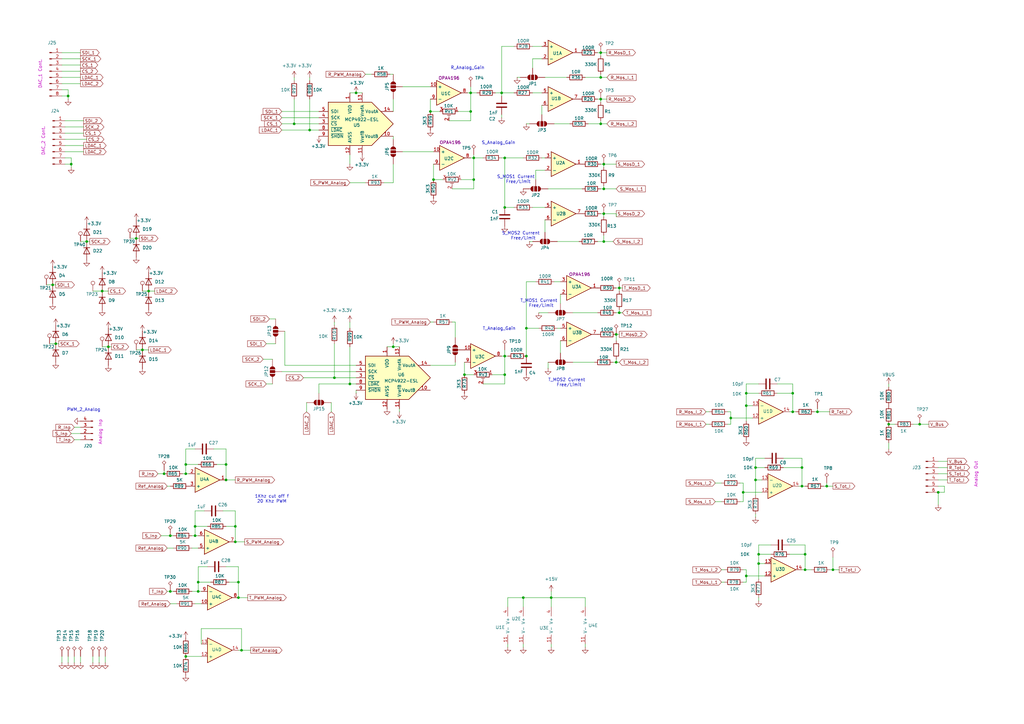
<source format=kicad_sch>
(kicad_sch (version 20250114) (generator "eeschema") (generator_version "9.0")
  (paper "A3")
  (title_block (title "Emulator Current Generator") (date "2025-09-04"))
  (text "S_MOS1 Current\n  Free/Limit" (at 211.582 73.66 0) (effects (font (size 1.27 1.27))))
  (text "PWM_2_Analog" (at 34.29 168.148 0) (effects (font (size 1.27 1.27))))
  (text "Analog Out" (at 400.304 194.564 90) (effects (font (size 1.27 1.27))))
  (text "1Khz cut off f\n20 Khz PWM" (at 111.506 204.724 0) (effects (font (size 1.27 1.27))))
  (text "R_Analog_Gain" (at 191.77 27.94 0) (effects (font (size 1.27 1.27))))
  (text "T_MOS1 Current\n  Free/Limit" (at 220.98 124.46 0) (effects (font (size 1.27 1.27))))
  (text "S_Analog_Gain" (at 204.47 58.674 0) (effects (font (size 1.27 1.27))))
  (text "T_MOS2 Current\n  Free/Limit" (at 232.41 156.972 0) (effects (font (size 1.27 1.27))))
  (text "T_Analog_Gain" (at 204.724 134.874 0) (effects (font (size 1.27 1.27))))
  (text "S_MOS2 Current\n  Free/Limit" (at 213.614 96.774 0) (effects (font (size 1.27 1.27))))
  (text "DAC_1 Cont. " (at 16.51 29.972 90) (effects (font (size 1.27 1.27))))
  (text "Analog Inp" (at 41.148 177.292 90) (effects (font (size 1.27 1.27))))
  (text "DAC_2 Cont." (at 17.78 57.912 90) (effects (font (size 1.27 1.27))))
  (junction (at 341.63 233.68))
  (junction (at 306.07 161.29))
  (junction (at 377.19 173.99))
  (junction (at 137.16 154.94))
  (junction (at 226.06 245.11))
  (junction (at 193.04 45.72))
  (junction (at 246.38 40.64))
  (junction (at 120.65 50.8))
  (junction (at 92.71 196.85))
  (junction (at 55.88 97.79))
  (junction (at 339.09 199.39))
  (junction (at 58.42 143.51))
  (junction (at 76.2 190.5))
  (junction (at 190.5 153.67))
  (junction (at 76.2 194.31))
  (junction (at 97.79 238.76))
  (junction (at 364.49 173.99))
  (junction (at 246.38 21.59))
  (junction (at 247.65 77.47))
  (junction (at 27.94 39.37))
  (junction (at 80.01 219.71))
  (junction (at 41.91 119.38))
  (junction (at 311.15 231.14))
  (junction (at 328.93 199.39))
  (junction (at 44.45 142.24))
  (junction (at 304.8 201.93))
  (junction (at 76.2 269.24))
  (junction (at 299.72 171.45))
  (junction (at 254 118.11))
  (junction (at 309.88 191.77))
  (junction (at 194.31 73.66))
  (junction (at 252.73 148.59))
  (junction (at 335.28 168.91))
  (junction (at 69.85 219.71))
  (junction (at 247.65 87.63))
  (junction (at 92.71 190.5))
  (junction (at 252.73 137.16))
  (junction (at 246.38 31.75))
  (junction (at 127 53.34))
  (junction (at 309.88 196.85))
  (junction (at 96.52 215.9))
  (junction (at 35.56 99.06))
  (junction (at 29.21 67.31))
  (junction (at 80.01 215.9))
  (junction (at 207.01 64.77))
  (junction (at 215.9 146.05))
  (junction (at 325.12 168.91))
  (junction (at 207.01 146.05))
  (junction (at 306.07 236.22))
  (junction (at 193.04 38.1))
  (junction (at 254 128.27))
  (junction (at 247.65 99.06))
  (junction (at 205.74 38.1))
  (junction (at 67.31 194.31))
  (junction (at 311.15 227.33))
  (junction (at 247.65 67.31))
  (junction (at 306.07 166.37))
  (junction (at 207.01 85.09))
  (junction (at 21.59 116.84))
  (junction (at 60.96 119.38))
  (junction (at 146.05 38.1))
  (junction (at 81.28 242.57))
  (junction (at 330.2 233.68))
  (junction (at 22.86 140.97))
  (junction (at 99.06 266.7))
  (junction (at 207.01 153.67))
  (junction (at 215.9 134.62))
  (junction (at 194.31 64.77))
  (junction (at 246.38 50.8))
  (junction (at 161.29 142.24))
  (junction (at 325.12 161.29))
  (junction (at 81.28 238.76))
  (junction (at 143.51 157.48))
  (junction (at 328.93 191.77))
  (junction (at 214.63 245.11))
  (junction (at 96.52 222.25))
  (junction (at 384.81 201.93))
  (junction (at 177.8 73.66))
  (junction (at 97.79 245.11))
  (junction (at 330.2 227.33))
  (junction (at 176.53 45.72))
  (junction (at 69.85 242.57))
  (wire (pts (xy 25.4 24.13) (xy 33.02 24.13)))
  (wire (pts (xy 127 31.75) (xy 127 33.02)))
  (wire (pts (xy 222.25 64.77) (xy 223.52 64.77)))
  (wire (pts (xy 377.19 173.99) (xy 381 173.99)))
  (wire (pts (xy 186.69 149.86) (xy 186.69 148.59)))
  (wire (pts (xy 218.44 99.06) (xy 217.17 99.06)))
  (wire (pts (xy 55.88 143.51) (xy 58.42 143.51)))
  (wire (pts (xy 81.28 238.76) (xy 81.28 242.57)))
  (wire (pts (xy 143.51 74.93) (xy 149.86 74.93)))
  (wire (pts (xy 215.9 134.62) (xy 215.9 146.05)))
  (wire (pts (xy 219.71 69.85) (xy 223.52 69.85)))
  (wire (pts (xy 247.65 96.52) (xy 247.65 99.06)))
  (wire (pts (xy 217.17 50.8) (xy 215.9 50.8)))
  (wire (pts (xy 189.23 73.66) (xy 194.31 73.66)))
  (wire (pts (xy 255.27 128.27) (xy 254 128.27)))
  (wire (pts (xy 254 119.38) (xy 254 118.11)))
  (wire (pts (xy 246.38 21.59) (xy 248.92 21.59)))
  (wire (pts (xy 99.06 257.81) (xy 99.06 266.7)))
  (wire (pts (xy 193.04 35.56) (xy 193.04 38.1)))
  (wire (pts (xy 245.11 99.06) (xy 247.65 99.06)))
  (wire (pts (xy 208.28 245.11) (xy 214.63 245.11)))
  (wire (pts (xy 195.58 38.1) (xy 193.04 38.1)))
  (wire (pts (xy 325.12 168.91) (xy 323.85 168.91)))
  (wire (pts (xy 30.48 175.26) (xy 33.02 175.26)))
  (wire (pts (xy 68.58 224.79) (xy 71.12 224.79)))
  (wire (pts (xy 240.03 31.75) (xy 246.38 31.75)))
  (wire (pts (xy 306.07 172.72) (xy 306.07 166.37)))
  (wire (pts (xy 247.65 76.2) (xy 247.65 77.47)))
  (wire (pts (xy 388.62 196.85) (xy 384.81 196.85)))
  (wire (pts (xy 97.79 238.76) (xy 97.79 245.11)))
  (wire (pts (xy 213.36 31.75) (xy 212.09 31.75)))
  (wire (pts (xy 76.2 190.5) (xy 76.2 194.31)))
  (wire (pts (xy 247.65 88.9) (xy 247.65 87.63)))
  (wire (pts (xy 240.03 265.43) (xy 240.03 264.16)))
  (wire (pts (xy 97.79 232.41) (xy 97.79 238.76)))
  (wire (pts (xy 115.57 48.26) (xy 130.81 48.26)))
  (wire (pts (xy 148.59 38.1) (xy 146.05 38.1)))
  (wire (pts (xy 165.1 62.23) (xy 177.8 62.23)))
  (wire (pts (xy 135.89 168.91) (xy 135.89 165.1)))
  (wire (pts (xy 323.85 227.33) (xy 330.2 227.33)))
  (wire (pts (xy 40.64 269.24) (xy 40.64 271.78)))
  (wire (pts (xy 185.42 132.08) (xy 186.69 132.08)))
  (wire (pts (xy 384.81 207.01) (xy 384.81 201.93)))
  (wire (pts (xy 226.06 265.43) (xy 226.06 264.16)))
  (wire (pts (xy 311.15 245.11) (xy 311.15 246.38)))
  (wire (pts (xy 321.31 187.96) (xy 328.93 187.96)))
  (wire (pts (xy 240.03 245.11) (xy 240.03 248.92)))
  (wire (pts (xy 176.53 132.08) (xy 177.8 132.08)))
  (wire (pts (xy 297.18 233.68) (xy 295.91 233.68)))
  (wire (pts (xy 388.62 191.77) (xy 384.81 191.77)))
  (wire (pts (xy 115.57 50.8) (xy 120.65 50.8)))
  (wire (pts (xy 214.63 265.43) (xy 214.63 264.16)))
  (wire (pts (xy 58.42 143.51) (xy 60.96 143.51)))
  (wire (pts (xy 116.84 135.89) (xy 116.84 149.86)))
  (wire (pts (xy 82.55 257.81) (xy 99.06 257.81)))
  (wire (pts (xy 304.8 205.74) (xy 303.53 205.74)))
  (wire (pts (xy 252.73 88.9) (xy 252.73 87.63)))
  (wire (pts (xy 80.01 215.9) (xy 80.01 219.71)))
  (wire (pts (xy 246.38 30.48) (xy 246.38 31.75)))
  (wire (pts (xy 246.38 67.31) (xy 247.65 67.31)))
  (wire (pts (xy 340.36 168.91) (xy 335.28 168.91)))
  (wire (pts (xy 27.94 36.83) (xy 27.94 39.37)))
  (wire (pts (xy 137.16 132.08) (xy 137.16 133.35)))
  (wire (pts (xy 176.53 149.86) (xy 186.69 149.86)))
  (wire (pts (xy 25.4 21.59) (xy 33.02 21.59)))
  (wire (pts (xy 306.07 236.22) (xy 313.69 236.22)))
  (wire (pts (xy 91.44 209.55) (xy 96.52 209.55)))
  (wire (pts (xy 19.05 116.84) (xy 21.59 116.84)))
  (wire (pts (xy 130.81 157.48) (xy 143.51 157.48)))
  (wire (pts (xy 299.72 171.45) (xy 308.61 171.45)))
  (wire (pts (xy 25.4 26.67) (xy 33.02 26.67)))
  (wire (pts (xy 323.85 223.52) (xy 330.2 223.52)))
  (wire (pts (xy 246.38 77.47) (xy 247.65 77.47)))
  (wire (pts (xy 186.69 132.08) (xy 186.69 138.43)))
  (wire (pts (xy 254 148.59) (xy 252.73 148.59)))
  (wire (pts (xy 207.01 143.51) (xy 207.01 146.05)))
  (wire (pts (xy 26.67 52.07) (xy 34.29 52.07)))
  (wire (pts (xy 161.29 140.97) (xy 161.29 142.24)))
  (wire (pts (xy 330.2 223.52) (xy 330.2 227.33)))
  (wire (pts (xy 66.04 219.71) (xy 69.85 219.71)))
  (wire (pts (xy 207.01 64.77) (xy 205.74 64.77)))
  (wire (pts (xy 207.01 146.05) (xy 207.01 153.67)))
  (wire (pts (xy 226.06 242.57) (xy 226.06 245.11)))
  (wire (pts (xy 254 128.27) (xy 254 127)))
  (wire (pts (xy 185.42 77.47) (xy 194.31 77.47)))
  (wire (pts (xy 130.81 157.48) (xy 130.81 161.29)))
  (wire (pts (xy 124.46 154.94) (xy 137.16 154.94)))
  (wire (pts (xy 78.74 219.71) (xy 80.01 219.71)))
  (wire (pts (xy 364.49 184.15) (xy 364.49 181.61)))
  (wire (pts (xy 38.1 119.38) (xy 41.91 119.38)))
  (wire (pts (xy 41.91 119.38) (xy 44.45 119.38)))
  (wire (pts (xy 115.57 53.34) (xy 127 53.34)))
  (wire (pts (xy 82.55 264.16) (xy 82.55 257.81)))
  (wire (pts (xy 20.32 140.97) (xy 22.86 140.97)))
  (wire (pts (xy 163.83 168.91) (xy 163.83 167.64)))
  (wire (pts (xy 246.38 40.64) (xy 245.11 40.64)))
  (wire (pts (xy 304.8 201.93) (xy 312.42 201.93)))
  (wire (pts (xy 208.28 245.11) (xy 208.28 248.92)))
  (wire (pts (xy 304.8 233.68) (xy 306.07 233.68)))
  (wire (pts (xy 58.42 119.38) (xy 60.96 119.38)))
  (wire (pts (xy 81.28 190.5) (xy 76.2 190.5)))
  (wire (pts (xy 203.2 38.1) (xy 205.74 38.1)))
  (wire (pts (xy 53.34 97.79) (xy 55.88 97.79)))
  (wire (pts (xy 34.29 54.61) (xy 26.67 54.61)))
  (wire (pts (xy 387.35 201.93) (xy 387.35 199.39)))
  (wire (pts (xy 309.88 191.77) (xy 309.88 196.85)))
  (wire (pts (xy 25.4 36.83) (xy 27.94 36.83)))
  (wire (pts (xy 214.63 64.77) (xy 207.01 64.77)))
  (wire (pts (xy 328.93 191.77) (xy 328.93 199.39)))
  (wire (pts (xy 246.38 21.59) (xy 245.11 21.59)))
  (wire (pts (xy 205.74 46.99) (xy 205.74 48.26)))
  (wire (pts (xy 218.44 24.13) (xy 218.44 27.94)))
  (wire (pts (xy 127 53.34) (xy 130.81 53.34)))
  (wire (pts (xy 25.4 29.21) (xy 33.02 29.21)))
  (wire (pts (xy 218.44 19.05) (xy 222.25 19.05)))
  (wire (pts (xy 78.74 242.57) (xy 81.28 242.57)))
  (wire (pts (xy 364.49 157.48) (xy 364.49 158.75)))
  (wire (pts (xy 227.33 115.57) (xy 229.87 115.57)))
  (wire (pts (xy 67.31 193.04) (xy 67.31 194.31)))
  (wire (pts (xy 298.45 168.91) (xy 299.72 168.91)))
  (wire (pts (xy 309.88 191.77) (xy 313.69 191.77)))
  (wire (pts (xy 205.74 19.05) (xy 205.74 38.1)))
  (wire (pts (xy 218.44 38.1) (xy 222.25 38.1)))
  (wire (pts (xy 33.02 99.06) (xy 35.56 99.06)))
  (wire (pts (xy 341.63 199.39) (xy 339.09 199.39)))
  (wire (pts (xy 309.88 210.82) (xy 309.88 212.09)))
  (wire (pts (xy 25.4 269.24) (xy 25.4 271.78)))
  (wire (pts (xy 252.73 139.7) (xy 252.73 137.16)))
  (wire (pts (xy 100.33 222.25) (xy 96.52 222.25)))
  (wire (pts (xy 374.65 173.99) (xy 377.19 173.99)))
  (wire (pts (xy 229.87 120.65) (xy 229.87 124.46)))
  (wire (pts (xy 143.51 63.5) (xy 143.51 67.31)))
  (wire (pts (xy 234.95 128.27) (xy 245.11 128.27)))
  (wire (pts (xy 99.06 266.7) (xy 102.87 266.7)))
  (wire (pts (xy 339.09 198.12) (xy 339.09 199.39)))
  (wire (pts (xy 311.15 223.52) (xy 311.15 227.33)))
  (wire (pts (xy 246.38 41.91) (xy 246.38 40.64)))
  (wire (pts (xy 69.85 242.57) (xy 71.12 242.57)))
  (wire (pts (xy 68.58 242.57) (xy 69.85 242.57)))
  (wire (pts (xy 290.83 168.91) (xy 289.56 168.91)))
  (wire (pts (xy 384.81 201.93) (xy 387.35 201.93)))
  (wire (pts (xy 109.22 157.48) (xy 111.76 157.48)))
  (wire (pts (xy 176.53 45.72) (xy 180.34 45.72)))
  (wire (pts (xy 176.53 40.64) (xy 176.53 45.72)))
  (wire (pts (xy 247.65 67.31) (xy 252.73 67.31)))
  (wire (pts (xy 143.51 142.24) (xy 143.51 157.48)))
  (wire (pts (xy 193.04 38.1) (xy 191.77 38.1)))
  (wire (pts (xy 223.52 90.17) (xy 223.52 95.25)))
  (wire (pts (xy 86.36 238.76) (xy 81.28 238.76)))
  (wire (pts (xy 297.18 238.76) (xy 295.91 238.76)))
  (wire (pts (xy 335.28 167.64) (xy 335.28 168.91)))
  (wire (pts (xy 29.21 177.8) (xy 33.02 177.8)))
  (wire (pts (xy 26.67 64.77) (xy 29.21 64.77)))
  (wire (pts (xy 184.15 49.53) (xy 193.04 49.53)))
  (wire (pts (xy 187.96 45.72) (xy 193.04 45.72)))
  (wire (pts (xy 306.07 236.22) (xy 306.07 238.76)))
  (wire (pts (xy 157.48 74.93) (xy 161.29 74.93)))
  (wire (pts (xy 22.86 140.97) (xy 24.13 140.97)))
  (wire (pts (xy 149.86 30.48) (xy 152.4 30.48)))
  (wire (pts (xy 303.53 198.12) (xy 304.8 198.12)))
  (wire (pts (xy 80.01 219.71) (xy 81.28 219.71)))
  (wire (pts (xy 388.62 194.31) (xy 384.81 194.31)))
  (wire (pts (xy 74.93 194.31) (xy 76.2 194.31)))
  (wire (pts (xy 193.04 45.72) (xy 193.04 38.1)))
  (wire (pts (xy 146.05 161.29) (xy 146.05 160.02)))
  (wire (pts (xy 248.92 40.64) (xy 246.38 40.64)))
  (wire (pts (xy 116.84 149.86) (xy 146.05 149.86)))
  (wire (pts (xy 38.1 269.24) (xy 38.1 271.78)))
  (wire (pts (xy 325.12 157.48) (xy 325.12 161.29)))
  (wire (pts (xy 101.6 245.11) (xy 97.79 245.11)))
  (wire (pts (xy 207.01 157.48) (xy 207.01 153.67)))
  (wire (pts (xy 27.94 39.37) (xy 25.4 39.37)))
  (wire (pts (xy 60.96 119.38) (xy 63.5 119.38)))
  (wire (pts (xy 252.73 87.63) (xy 247.65 87.63)))
  (wire (pts (xy 30.48 180.34) (xy 33.02 180.34)))
  (wire (pts (xy 97.79 266.7) (xy 99.06 266.7)))
  (wire (pts (xy 224.79 77.47) (xy 238.76 77.47)))
  (wire (pts (xy 330.2 227.33) (xy 330.2 233.68)))
  (wire (pts (xy 69.85 219.71) (xy 71.12 219.71)))
  (wire (pts (xy 246.38 49.53) (xy 246.38 50.8)))
  (wire (pts (xy 93.98 238.76) (xy 97.79 238.76)))
  (wire (pts (xy 311.15 227.33) (xy 316.23 227.33)))
  (wire (pts (xy 208.28 265.43) (xy 208.28 264.16)))
  (wire (pts (xy 137.16 140.97) (xy 137.16 154.94)))
  (wire (pts (xy 201.93 153.67) (xy 207.01 153.67)))
  (wire (pts (xy 229.87 139.7) (xy 229.87 144.78)))
  (wire (pts (xy 85.09 215.9) (xy 80.01 215.9)))
  (wire (pts (xy 341.63 228.6) (xy 341.63 233.68)))
  (wire (pts (xy 29.21 64.77) (xy 29.21 67.31)))
  (wire (pts (xy 30.48 269.24) (xy 30.48 271.78)))
  (wire (pts (xy 227.33 50.8) (xy 233.68 50.8)))
  (wire (pts (xy 68.58 199.39) (xy 69.85 199.39)))
  (wire (pts (xy 311.15 227.33) (xy 311.15 231.14)))
  (wire (pts (xy 87.63 184.15) (xy 92.71 184.15)))
  (wire (pts (xy 160.02 30.48) (xy 161.29 30.48)))
  (wire (pts (xy 309.88 196.85) (xy 312.42 196.85)))
  (wire (pts (xy 80.01 184.15) (xy 76.2 184.15)))
  (wire (pts (xy 328.93 199.39) (xy 327.66 199.39)))
  (wire (pts (xy 306.07 157.48) (xy 306.07 161.29)))
  (wire (pts (xy 306.07 166.37) (xy 306.07 161.29)))
  (wire (pts (xy 311.15 161.29) (xy 306.07 161.29)))
  (wire (pts (xy 80.01 209.55) (xy 80.01 215.9)))
  (wire (pts (xy 330.2 199.39) (xy 328.93 199.39)))
  (wire (pts (xy 161.29 142.24) (xy 163.83 142.24)))
  (wire (pts (xy 234.95 148.59) (xy 243.84 148.59)))
  (wire (pts (xy 29.21 68.58) (xy 29.21 67.31)))
  (wire (pts (xy 306.07 166.37) (xy 308.61 166.37)))
  (wire (pts (xy 290.83 173.99) (xy 289.56 173.99)))
  (wire (pts (xy 43.18 269.24) (xy 43.18 271.78)))
  (wire (pts (xy 190.5 148.59) (xy 190.5 153.67)))
  (wire (pts (xy 125.73 168.91) (xy 125.73 165.1)))
  (wire (pts (xy 78.74 224.79) (xy 81.28 224.79)))
  (wire (pts (xy 220.98 128.27) (xy 224.79 128.27)))
  (wire (pts (xy 109.22 140.97) (xy 113.03 140.97)))
  (wire (pts (xy 193.04 64.77) (xy 194.31 64.77)))
  (wire (pts (xy 214.63 245.11) (xy 226.06 245.11)))
  (wire (pts (xy 215.9 134.62) (xy 220.98 134.62)))
  (wire (pts (xy 254 128.27) (xy 252.73 128.27)))
  (wire (pts (xy 27.94 40.64) (xy 27.94 39.37)))
  (wire (pts (xy 64.77 194.31) (xy 67.31 194.31)))
  (wire (pts (xy 143.51 157.48) (xy 146.05 157.48)))
  (wire (pts (xy 226.06 245.11) (xy 226.06 248.92)))
  (wire (pts (xy 33.02 269.24) (xy 33.02 271.78)))
  (wire (pts (xy 214.63 245.11) (xy 214.63 248.92)))
  (wire (pts (xy 161.29 57.15) (xy 161.29 55.88)))
  (wire (pts (xy 207.01 146.05) (xy 208.28 146.05)))
  (wire (pts (xy 205.74 38.1) (xy 210.82 38.1)))
  (wire (pts (xy 246.38 31.75) (xy 248.92 31.75)))
  (wire (pts (xy 252.73 148.59) (xy 251.46 148.59)))
  (wire (pts (xy 309.88 187.96) (xy 309.88 191.77)))
  (wire (pts (xy 76.2 184.15) (xy 76.2 190.5)))
  (wire (pts (xy 190.5 153.67) (xy 194.31 153.67)))
  (wire (pts (xy 161.29 74.93) (xy 161.29 67.31)))
  (wire (pts (xy 115.57 152.4) (xy 146.05 152.4)))
  (wire (pts (xy 247.65 99.06) (xy 251.46 99.06)))
  (wire (pts (xy 205.74 38.1) (xy 205.74 39.37)))
  (wire (pts (xy 194.31 77.47) (xy 194.31 73.66)))
  (wire (pts (xy 137.16 154.94) (xy 146.05 154.94)))
  (wire (pts (xy 228.6 134.62) (xy 229.87 134.62)))
  (wire (pts (xy 215.9 115.57) (xy 215.9 134.62)))
  (wire (pts (xy 120.65 50.8) (xy 130.81 50.8)))
  (wire (pts (xy 295.91 198.12) (xy 293.37 198.12)))
  (wire (pts (xy 304.8 198.12) (xy 304.8 201.93)))
  (wire (pts (xy 295.91 205.74) (xy 293.37 205.74)))
  (wire (pts (xy 247.65 87.63) (xy 246.38 87.63)))
  (wire (pts (xy 194.31 64.77) (xy 198.12 64.77)))
  (wire (pts (xy 165.1 35.56) (xy 176.53 35.56)))
  (wire (pts (xy 248.92 50.8) (xy 246.38 50.8)))
  (wire (pts (xy 161.29 40.64) (xy 161.29 45.72)))
  (wire (pts (xy 341.63 233.68) (xy 344.17 233.68)))
  (wire (pts (xy 41.91 142.24) (xy 44.45 142.24)))
  (wire (pts (xy 21.59 116.84) (xy 22.86 116.84)))
  (wire (pts (xy 92.71 184.15) (xy 92.71 190.5)))
  (wire (pts (xy 306.07 238.76) (xy 304.8 238.76)))
  (wire (pts (xy 247.65 68.58) (xy 247.65 67.31)))
  (wire (pts (xy 311.15 157.48) (xy 306.07 157.48)))
  (wire (pts (xy 92.71 215.9) (xy 96.52 215.9)))
  (wire (pts (xy 241.3 50.8) (xy 246.38 50.8)))
  (wire (pts (xy 304.8 201.93) (xy 304.8 205.74)))
  (wire (pts (xy 330.2 233.68) (xy 332.74 233.68)))
  (wire (pts (xy 96.52 215.9) (xy 96.52 222.25)))
  (wire (pts (xy 222.25 24.13) (xy 218.44 24.13)))
  (wire (pts (xy 88.9 190.5) (xy 92.71 190.5)))
  (wire (pts (xy 210.82 85.09) (xy 207.01 85.09)))
  (wire (pts (xy 224.79 151.13) (xy 224.79 148.59)))
  (wire (pts (xy 339.09 199.39) (xy 337.82 199.39)))
  (wire (pts (xy 92.71 232.41) (xy 97.79 232.41)))
  (wire (pts (xy 311.15 231.14) (xy 311.15 237.49)))
  (wire (pts (xy 388.62 189.23) (xy 384.81 189.23)))
  (wire (pts (xy 311.15 231.14) (xy 313.69 231.14)))
  (wire (pts (xy 219.71 73.66) (xy 219.71 69.85)))
  (wire (pts (xy 313.69 187.96) (xy 309.88 187.96)))
  (wire (pts (xy 35.56 99.06) (xy 36.83 99.06)))
  (wire (pts (xy 326.39 168.91) (xy 325.12 168.91)))
  (wire (pts (xy 223.52 31.75) (xy 232.41 31.75)))
  (wire (pts (xy 76.2 269.24) (xy 82.55 269.24)))
  (wire (pts (xy 247.65 77.47) (xy 252.73 77.47)))
  (wire (pts (xy 218.44 85.09) (xy 223.52 85.09)))
  (wire (pts (xy 55.88 97.79) (xy 57.15 97.79)))
  (wire (pts (xy 387.35 199.39) (xy 384.81 199.39)))
  (wire (pts (xy 34.29 59.69) (xy 26.67 59.69)))
  (wire (pts (xy 143.51 132.08) (xy 143.51 134.62)))
  (wire (pts (xy 299.72 173.99) (xy 298.45 173.99)))
  (wire (pts (xy 367.03 173.99) (xy 364.49 173.99)))
  (wire (pts (xy 194.31 63.5) (xy 194.31 64.77)))
  (wire (pts (xy 316.23 223.52) (xy 311.15 223.52)))
  (wire (pts (xy 328.93 233.68) (xy 330.2 233.68)))
  (wire (pts (xy 306.07 233.68) (xy 306.07 236.22)))
  (wire (pts (xy 83.82 209.55) (xy 80.01 209.55)))
  (wire (pts (xy 207.01 146.05) (xy 205.74 146.05)))
  (wire (pts (xy 205.74 19.05) (xy 210.82 19.05)))
  (wire (pts (xy 69.85 247.65) (xy 72.39 247.65)))
  (wire (pts (xy 34.29 62.23) (xy 26.67 62.23)))
  (wire (pts (xy 27.94 269.24) (xy 27.94 271.78)))
  (wire (pts (xy 207.01 64.77) (xy 207.01 85.09)))
  (wire (pts (xy 25.4 34.29) (xy 33.02 34.29)))
  (wire (pts (xy 44.45 142.24) (xy 45.72 142.24)))
  (wire (pts (xy 85.09 232.41) (xy 81.28 232.41)))
  (wire (pts (xy 107.95 147.32) (xy 111.76 147.32)))
  (wire (pts (xy 177.8 67.31) (xy 177.8 73.66)))
  (wire (pts (xy 198.12 157.48) (xy 207.01 157.48)))
  (wire (pts (xy 340.36 233.68) (xy 341.63 233.68)))
  (wire (pts (xy 299.72 168.91) (xy 299.72 171.45)))
  (wire (pts (xy 92.71 190.5) (xy 92.71 196.85)))
  (wire (pts (xy 146.05 38.1) (xy 143.51 38.1)))
  (wire (pts (xy 96.52 209.55) (xy 96.52 215.9)))
  (wire (pts (xy 96.52 196.85) (xy 92.71 196.85)))
  (wire (pts (xy 246.38 22.86) (xy 246.38 21.59)))
  (wire (pts (xy 318.77 157.48) (xy 325.12 157.48)))
  (wire (pts (xy 321.31 191.77) (xy 328.93 191.77)))
  (wire (pts (xy 254 137.16) (xy 252.73 137.16)))
  (wire (pts (xy 81.28 242.57) (xy 82.55 242.57)))
  (wire (pts (xy 35.56 57.15) (xy 26.67 57.15)))
  (wire (pts (xy 194.31 64.77) (xy 194.31 73.66)))
  (wire (pts (xy 318.77 161.29) (xy 325.12 161.29)))
  (wire (pts (xy 120.65 31.75) (xy 120.65 33.02)))
  (wire (pts (xy 299.72 171.45) (xy 299.72 173.99)))
  (wire (pts (xy 252.73 147.32) (xy 252.73 148.59)))
  (wire (pts (xy 254 118.11) (xy 252.73 118.11)))
  (wire (pts (xy 120.65 40.64) (xy 120.65 50.8)))
  (wire (pts (xy 127 40.64) (xy 127 53.34)))
  (wire (pts (xy 110.49 130.81) (xy 113.03 130.81)))
  (wire (pts (xy 219.71 115.57) (xy 215.9 115.57)))
  (wire (pts (xy 325.12 161.29) (xy 325.12 168.91)))
  (wire (pts (xy 26.67 49.53) (xy 34.29 49.53)))
  (wire (pts (xy 222.25 43.18) (xy 222.25 46.99)))
  (wire (pts (xy 161.29 142.24) (xy 158.75 142.24)))
  (wire (pts (xy 226.06 245.11) (xy 240.03 245.11)))
  (wire (pts (xy 29.21 67.31) (xy 26.67 67.31)))
  (wire (pts (xy 335.28 168.91) (xy 334.01 168.91)))
  (wire (pts (xy 76.2 194.31) (xy 77.47 194.31)))
  (wire (pts (xy 309.88 203.2) (xy 309.88 196.85)))
  (wire (pts (xy 328.93 187.96) (xy 328.93 191.77)))
  (wire (pts (xy 80.01 247.65) (xy 82.55 247.65)))
  (wire (pts (xy 228.6 99.06) (xy 237.49 99.06)))
  (wire (pts (xy 25.4 31.75) (xy 33.02 31.75)))
  (wire (pts (xy 193.04 49.53) (xy 193.04 45.72)))
  (wire (pts (xy 81.28 232.41) (xy 81.28 238.76)))
  (wire (pts (xy 255.27 118.11) (xy 254 118.11)))
  (wire (pts (xy 115.57 45.72) (xy 130.81 45.72)))
  (wire (pts (xy 177.8 73.66) (xy 181.61 73.66)))
  (global_label "T_Inp" (shape input) (at 68.58 242.57 180) (property "Intersheetrefs" "${INTERSHEET_REFS}" (effects (hide yes))))
  (global_label "T_Mos_I_1" (shape input) (at 255.27 128.27 0) (property "Intersheetrefs" "${INTERSHEET_REFS}" (effects (hide yes))))
  (global_label "SCK_1" (shape output) (at 33.02 24.13 0) (property "Intersheetrefs" "${INTERSHEET_REFS}" (effects (hide yes))))
  (global_label "T_Mos_I_2" (shape input) (at 295.91 233.68 180) (property "Intersheetrefs" "${INTERSHEET_REFS}" (effects (hide yes))))
  (global_label "Ref_Analog" (shape input) (at 68.58 224.79 180) (property "Intersheetrefs" "${INTERSHEET_REFS}" (effects (hide yes))))
  (global_label "V_Bus" (shape output) (at 381 173.99 0) (property "Intersheetrefs" "${INTERSHEET_REFS}" (effects (hide yes))))
  (global_label "T_Tot_I" (shape output) (at 344.17 233.68 0) (property "Intersheetrefs" "${INTERSHEET_REFS}" (effects (hide yes))))
  (global_label "Ref_Analog" (shape input) (at 68.58 199.39 180) (property "Intersheetrefs" "${INTERSHEET_REFS}" (effects (hide yes))))
  (global_label "LDAC_2" (shape input) (at 125.73 168.91 270) (property "Intersheetrefs" "${INTERSHEET_REFS}" (effects (hide yes))))
  (global_label "Ref_Analog" (shape output) (at 102.87 266.7 0) (property "Intersheetrefs" "${INTERSHEET_REFS}" (effects (hide yes))))
  (global_label "SDI_1" (shape output) (at 22.86 116.84 0) (property "Intersheetrefs" "${INTERSHEET_REFS}" (effects (hide yes))))
  (global_label "T_MosD_1" (shape output) (at 255.27 118.11 0) (property "Intersheetrefs" "${INTERSHEET_REFS}" (effects (hide yes))))
  (global_label "Ref_Analog" (shape input) (at 69.85 247.65 180) (property "Intersheetrefs" "${INTERSHEET_REFS}" (effects (hide yes))))
  (global_label "SDI_1" (shape output) (at 33.02 21.59 0) (property "Intersheetrefs" "${INTERSHEET_REFS}" (effects (hide yes))))
  (global_label "SCK_2" (shape output) (at 36.83 99.06 0) (property "Intersheetrefs" "${INTERSHEET_REFS}" (effects (hide yes))))
  (global_label "CS_1" (shape output) (at 34.29 54.61 0) (property "Intersheetrefs" "${INTERSHEET_REFS}" (effects (hide yes))))
  (global_label "LDAC_2" (shape output) (at 63.5 119.38 0) (property "Intersheetrefs" "${INTERSHEET_REFS}" (effects (hide yes))))
  (global_label "SCK_1" (shape input) (at 109.22 157.48 180) (property "Intersheetrefs" "${INTERSHEET_REFS}" (effects (hide yes))))
  (global_label "SCK_2" (shape input) (at 107.95 147.32 180) (property "Intersheetrefs" "${INTERSHEET_REFS}" (effects (hide yes))))
  (global_label "SCK_1" (shape input) (at 115.57 48.26 180) (property "Intersheetrefs" "${INTERSHEET_REFS}" (effects (hide yes))))
  (global_label "LDAC_1" (shape output) (at 60.96 143.51 0) (property "Intersheetrefs" "${INTERSHEET_REFS}" (effects (hide yes))))
  (global_label "CS_2" (shape output) (at 45.72 142.24 0) (property "Intersheetrefs" "${INTERSHEET_REFS}" (effects (hide yes))))
  (global_label "S_Tot_I" (shape output) (at 388.62 194.31 0) (property "Intersheetrefs" "${INTERSHEET_REFS}" (effects (hide yes))))
  (global_label "R_PWM_Analog" (shape input) (at 149.86 30.48 180) (property "Intersheetrefs" "${INTERSHEET_REFS}" (effects (hide yes))))
  (global_label "LDAC_1" (shape input) (at 115.57 53.34 180) (property "Intersheetrefs" "${INTERSHEET_REFS}" (effects (hide yes))))
  (global_label "S_Mos_I_1" (shape input) (at 252.73 77.47 0) (property "Intersheetrefs" "${INTERSHEET_REFS}" (effects (hide yes))))
  (global_label "T_Mos_I_2" (shape input) (at 254 148.59 0) (property "Intersheetrefs" "${INTERSHEET_REFS}" (effects (hide yes))))
  (global_label "LDAC_1" (shape output) (at 34.29 59.69 0) (property "Intersheetrefs" "${INTERSHEET_REFS}" (effects (hide yes))))
  (global_label "R_Tot_I" (shape output) (at 340.36 168.91 0) (property "Intersheetrefs" "${INTERSHEET_REFS}" (effects (hide yes))))
  (global_label "CS_2" (shape input) (at 124.46 154.94 180) (property "Intersheetrefs" "${INTERSHEET_REFS}" (effects (hide yes))))
  (global_label "S_PWM_Analog" (shape input) (at 143.51 74.93 180) (property "Intersheetrefs" "${INTERSHEET_REFS}" (effects (hide yes))))
  (global_label "S_Tot_I" (shape output) (at 341.63 199.39 0) (property "Intersheetrefs" "${INTERSHEET_REFS}" (effects (hide yes))))
  (global_label "R_Mos_I_1" (shape input) (at 248.92 31.75 0) (property "Intersheetrefs" "${INTERSHEET_REFS}" (effects (hide yes))))
  (global_label "V_Bus" (shape output) (at 388.62 189.23 0) (property "Intersheetrefs" "${INTERSHEET_REFS}" (effects (hide yes))))
  (global_label "T_PWM_Analog" (shape output) (at 101.6 245.11 0) (property "Intersheetrefs" "${INTERSHEET_REFS}" (effects (hide yes))))
  (global_label "R_Tot_I" (shape output) (at 388.62 191.77 0) (property "Intersheetrefs" "${INTERSHEET_REFS}" (effects (hide yes))))
  (global_label "S_Mos_I_2" (shape input) (at 293.37 198.12 180) (property "Intersheetrefs" "${INTERSHEET_REFS}" (effects (hide yes))))
  (global_label "SDI_2" (shape input) (at 110.49 130.81 180) (property "Intersheetrefs" "${INTERSHEET_REFS}" (effects (hide yes))))
  (global_label "LDAC_2" (shape output) (at 34.29 62.23 0) (property "Intersheetrefs" "${INTERSHEET_REFS}" (effects (hide yes))))
  (global_label "SDI_1" (shape input) (at 115.57 45.72 180) (property "Intersheetrefs" "${INTERSHEET_REFS}" (effects (hide yes))))
  (global_label "R_Mos_I_2" (shape input) (at 248.92 50.8 0) (property "Intersheetrefs" "${INTERSHEET_REFS}" (effects (hide yes))))
  (global_label "S_Inp" (shape input) (at 66.04 219.71 180) (property "Intersheetrefs" "${INTERSHEET_REFS}" (effects (hide yes))))
  (global_label "S_PWM_Analog" (shape output) (at 100.33 222.25 0) (property "Intersheetrefs" "${INTERSHEET_REFS}" (effects (hide yes))))
  (global_label "SDI_2" (shape output) (at 34.29 49.53 0) (property "Intersheetrefs" "${INTERSHEET_REFS}" (effects (hide yes))))
  (global_label "CS_1" (shape output) (at 44.45 119.38 0) (property "Intersheetrefs" "${INTERSHEET_REFS}" (effects (hide yes))))
  (global_label "S_MosD_1" (shape output) (at 252.73 67.31 0) (property "Intersheetrefs" "${INTERSHEET_REFS}" (effects (hide yes))))
  (global_label "SDI_2" (shape output) (at 57.15 97.79 0) (property "Intersheetrefs" "${INTERSHEET_REFS}" (effects (hide yes))))
  (global_label "R_PWM_Analog" (shape output) (at 96.52 196.85 0) (property "Intersheetrefs" "${INTERSHEET_REFS}" (effects (hide yes))))
  (global_label "CS_1" (shape output) (at 33.02 26.67 0) (property "Intersheetrefs" "${INTERSHEET_REFS}" (effects (hide yes))))
  (global_label "R_MosD_2" (shape output) (at 248.92 40.64 0) (property "Intersheetrefs" "${INTERSHEET_REFS}" (effects (hide yes))))
  (global_label "T_PWM_Analog" (shape input) (at 176.53 132.08 180) (property "Intersheetrefs" "${INTERSHEET_REFS}" (effects (hide yes))))
  (global_label "LDAC_2" (shape output) (at 33.02 34.29 0) (property "Intersheetrefs" "${INTERSHEET_REFS}" (effects (hide yes))))
  (global_label "T_Tot_I" (shape output) (at 388.62 196.85 0) (property "Intersheetrefs" "${INTERSHEET_REFS}" (effects (hide yes))))
  (global_label "T_Inp" (shape input) (at 30.48 180.34 180) (property "Intersheetrefs" "${INTERSHEET_REFS}" (effects (hide yes))))
  (global_label "SDI_1" (shape input) (at 109.22 140.97 180) (property "Intersheetrefs" "${INTERSHEET_REFS}" (effects (hide yes))))
  (global_label "R_MosD_1" (shape output) (at 248.92 21.59 0) (property "Intersheetrefs" "${INTERSHEET_REFS}" (effects (hide yes))))
  (global_label "R_Inp" (shape input) (at 64.77 194.31 180) (property "Intersheetrefs" "${INTERSHEET_REFS}" (effects (hide yes))))
  (global_label "SCK_1" (shape output) (at 24.13 140.97 0) (property "Intersheetrefs" "${INTERSHEET_REFS}" (effects (hide yes))))
  (global_label "SCK_2" (shape output) (at 34.29 52.07 0) (property "Intersheetrefs" "${INTERSHEET_REFS}" (effects (hide yes))))
  (global_label "T_MosD_2" (shape output) (at 254 137.16 0) (property "Intersheetrefs" "${INTERSHEET_REFS}" (effects (hide yes))))
  (global_label "S_MosD_2" (shape output) (at 252.73 87.63 0) (property "Intersheetrefs" "${INTERSHEET_REFS}" (effects (hide yes))))
  (global_label "S_Inp" (shape input) (at 29.21 177.8 180) (property "Intersheetrefs" "${INTERSHEET_REFS}" (effects (hide yes))))
  (global_label "CS_1" (shape input) (at 115.57 50.8 180) (property "Intersheetrefs" "${INTERSHEET_REFS}" (effects (hide yes))))
  (global_label "R_Mos_I_1" (shape input) (at 289.56 173.99 180) (property "Intersheetrefs" "${INTERSHEET_REFS}" (effects (hide yes))))
  (global_label "S_Mos_I_2" (shape input) (at 251.46 99.06 0) (property "Intersheetrefs" "${INTERSHEET_REFS}" (effects (hide yes))))
  (global_label "S_Mos_I_1" (shape input) (at 293.37 205.74 180) (property "Intersheetrefs" "${INTERSHEET_REFS}" (effects (hide yes))))
  (global_label "CS_2" (shape output) (at 35.56 57.15 0) (property "Intersheetrefs" "${INTERSHEET_REFS}" (effects (hide yes))))
  (global_label "LDAC_1" (shape output) (at 33.02 31.75 0) (property "Intersheetrefs" "${INTERSHEET_REFS}" (effects (hide yes))))
  (global_label "CS_2" (shape output) (at 33.02 29.21 0) (property "Intersheetrefs" "${INTERSHEET_REFS}" (effects (hide yes))))
  (global_label "R_Inp" (shape input) (at 30.48 175.26 180) (property "Intersheetrefs" "${INTERSHEET_REFS}" (effects (hide yes))))
  (global_label "R_Mos_I_2" (shape input) (at 289.56 168.91 180) (property "Intersheetrefs" "${INTERSHEET_REFS}" (effects (hide yes))))
  (global_label "LDAC_1" (shape input) (at 135.89 168.91 270) (property "Intersheetrefs" "${INTERSHEET_REFS}" (effects (hide yes))))
  (global_label "T_Mos_I_1" (shape input) (at 295.91 238.76 180) (property "Intersheetrefs" "${INTERSHEET_REFS}" (effects (hide yes))))
  (symbol (lib_id "Device:R") (at 242.57 67.31 90) (unit 1)
    (property "Reference" "R30" (at 242.824 67.31 90))
    (property "Value" "100R" (at 242.57 65.024 90))
    (property "Footprint" "Resistor_SMD:R_0805_2012Metric_Pad1.20x1.40mm_HandSolder" (effects (hide yes)))
    (property "Description" "Resistor" (effects (hide yes)))
  )
  (symbol (lib_id "Device:R_Potentiometer_Trim") (at 198.12 153.67 270) (unit 1)
    (property "Reference" "RV3" (at 198.12 153.67 90))
    (property "Value" "10K" (at 199.898 151.384 90) (effects (justify right)))
    (property "Footprint" "Potentiometer_SMD:Potentiometer_Bourns_3314J_Vertical" (effects (hide yes)))
    (property "Description" "Trim-potentiometer" (effects (hide yes)))
  )
  (symbol (lib_id "Connector:TestPoint") (at 33.02 99.06 0) (unit 1)
    (property "Reference" "TP40" (at 30.226 100.33 0) (effects (justify left)))
    (property "Value" "TestPoint" (effects (hide yes)))
    (property "Footprint" "TestPoint:TestPoint_Pad_D1.0mm" (effects (hide yes)))
    (property "Description" "test point" (effects (hide yes)))
  )
  (symbol (lib_id "Device:R") (at 127 36.83 180) (unit 1)
    (property "Reference" "R98" (at 127 36.576 90))
    (property "Value" "10K" (at 130.302 36.83 0))
    (property "Footprint" "Resistor_SMD:R_0805_2012Metric_Pad1.20x1.40mm_HandSolder" (effects (hide yes)))
    (property "Description" "Resistor" (effects (hide yes)))
  )
  (symbol (lib_id "Connector:TestPoint_Alt") (at 246.38 21.59 0) (unit 1)
    (property "Reference" "TP2" (at 248.158 17.78 0) (effects (justify left)))
    (property "Value" "TestPoint_Alt" (effects (hide yes)))
    (property "Footprint" "TestPoint:TestPoint_Loop_D1.80mm_Drill1.0mm_Beaded" (effects (hide yes)))
    (property "Datasheet" "https://www.digikey.se/en/products/detail/keystone-electronics/5117/2170320" (effects (hide yes)))
    (property "Description" "test point (alternative shape)" (effects (hide yes)))
  )
  (symbol (lib_id "power:VDD") (at 146.05 161.29 180) (unit 1)
    (property "Reference" "#PWR041" (effects (hide yes)))
    (property "Value" "+3.3V" (at 145.796 165.354 0))
    (property "Description" "Power symbol creates a global label with name \"VDD\"" (effects (hide yes)))
  )
  (symbol (lib_id "Diode:US2AA") (at 21.59 120.65 270) (unit 1)
    (property "Reference" "D5" (at 24.13 120.6499 90) (effects (justify left)))
    (property "Value" "US2AA" (effects (hide yes)))
    (property "Footprint" "Diode_SMD:D_SMA" (effects (hide yes)))
    (property "Datasheet" "https://www.onsemi.com/pub/Collateral/US2AA-D.PDF" (effects (hide yes)))
    (property "Description" "50V, 1.5A, General Purpose Rectifier Diode, SMA(DO-214AC)" (effects (hide yes)))
    (property "Sim.Device" "D" (effects (hide yes)))
    (property "Sim.Pins" "1=K 2=A" (effects (hide yes)))
  )
  (symbol (lib_id "Device:R") (at 246.38 26.67 180) (unit 1)
    (property "Reference" "R5" (at 250.444 26.416 0) (effects (justify left)))
    (property "Value" "330K" (at 244.856 26.416 0) (effects (justify left)))
    (property "Footprint" "Resistor_THT:R_Axial_DIN0207_L6.3mm_D2.5mm_P7.62mm_Horizontal" (effects (hide yes)))
    (property "Description" "Resistor" (effects (hide yes)))
  )
  (symbol (lib_id "power:GND") (at 40.64 271.78 0) (unit 1)
    (property "Reference" "#PWR087" (effects (hide yes)))
    (property "Value" "GND" (effects (hide yes)))
    (property "Description" "Power symbol creates a global label with name \"GND\" , ground" (effects (hide yes)))
  )
  (symbol (lib_id "Device:R") (at 76.2 247.65 270) (unit 1)
    (property "Reference" "R91" (at 75.946 247.65 90))
    (property "Value" "5K" (at 76.2 245.11 90))
    (property "Footprint" "Resistor_SMD:R_0805_2012Metric_Pad1.20x1.40mm_HandSolder" (effects (hide yes)))
    (property "Description" "Resistor" (effects (hide yes)))
  )
  (symbol (lib_id "Device:R") (at 137.16 137.16 180) (unit 1)
    (property "Reference" "R101" (at 137.16 136.906 90))
    (property "Value" "10K" (at 132.588 137.922 0))
    (property "Footprint" "Resistor_SMD:R_0805_2012Metric_Pad1.20x1.40mm_HandSolder" (effects (hide yes)))
    (property "Description" "Resistor" (effects (hide yes)))
  )
  (symbol (lib_id "Device:R") (at 248.92 118.11 90) (unit 1)
    (property "Reference" "R39" (at 249.174 118.11 90))
    (property "Value" "100R" (at 248.92 114.3 90))
    (property "Footprint" "Resistor_SMD:R_0805_2012Metric_Pad1.20x1.40mm_HandSolder" (effects (hide yes)))
    (property "Description" "Resistor" (effects (hide yes)))
  )
  (symbol (lib_id "Device:R") (at 314.96 161.29 270) (unit 1)
    (property "Reference" "R61" (at 314.706 161.29 90))
    (property "Value" "10K" (at 302.26 161.544 90))
    (property "Footprint" "Resistor_SMD:R_0805_2012Metric_Pad1.20x1.40mm_HandSolder" (effects (hide yes)))
    (property "Description" "Resistor" (effects (hide yes)))
  )
  (symbol (lib_id "Device:R") (at 201.93 64.77 270) (unit 1)
    (property "Reference" "R34" (at 201.676 64.77 90))
    (property "Value" "100R" (at 201.93 62.23 90))
    (property "Footprint" "Resistor_SMD:R_0805_2012Metric_Pad1.20x1.40mm_HandSolder" (effects (hide yes)))
    (property "Description" "Resistor" (effects (hide yes)))
  )
  (symbol (lib_id "Connector:Conn_01x06_Pin") (at 379.73 194.31 0) (unit 1)
    (property "Reference" "J23" (at 375.92 191.77 0))
    (property "Value" "Conn_01x06_Pin" (effects (hide yes)))
    (property "Footprint" "Connector_JST:JST_PH_B6B-PH-K_1x06_P2.00mm_Vertical" (effects (hide yes)))
    (property "Description" "Generic connector, single row, 01x06, script generated" (effects (hide yes)))
  )
  (symbol (lib_id "power:GND") (at 309.88 212.09 0) (unit 1)
    (property "Reference" "#PWR010" (effects (hide yes)))
    (property "Value" "GND" (effects (hide yes)))
    (property "Description" "Power symbol creates a global label with name \"GND\" , ground" (effects (hide yes)))
  )
  (symbol (lib_id "power:GND") (at 27.94 40.64 0) (unit 1)
    (property "Reference" "#PWR045" (effects (hide yes)))
    (property "Value" "GND" (effects (hide yes)))
    (property "Description" "Power symbol creates a global label with name \"GND\" , ground" (effects (hide yes)))
  )
  (symbol (lib_id "Amplifier_Operational:OPA4196xD") (at 321.31 233.68 0) (mirror x) (unit 4)
    (property "Reference" "U3" (at 320.04 233.426 0))
    (property "Value" "Opamp_Quad" (effects (hide yes)))
    (property "Footprint" "Library:SOIC-14_3.9x8.7mm_P1.27mm_ilker" (effects (hide yes)))
    (property "Datasheet" "http://www.ti.com/lit/ds/symlink/opa4196.pdf" (effects (hide yes)))
    (property "Description" "OPA4196" (effects (hide yes)))
  )
  (symbol (lib_id "power:VDD") (at 22.86 133.35 0) (unit 1)
    (property "Reference" "#PWR092" (effects (hide yes)))
    (property "Value" "+3.3V" (at 25.908 133.604 0))
    (property "Description" "Power symbol creates a global label with name \"VDD\"" (effects (hide yes)))
  )
  (symbol (lib_id "power:GND") (at 43.18 271.78 0) (unit 1)
    (property "Reference" "#PWR088" (effects (hide yes)))
    (property "Value" "GND" (effects (hide yes)))
    (property "Description" "Power symbol creates a global label with name \"GND\" , ground" (effects (hide yes)))
  )
  (symbol (lib_id "power:GND") (at 33.02 271.78 0) (unit 1)
    (property "Reference" "#PWR084" (effects (hide yes)))
    (property "Value" "GND" (effects (hide yes)))
    (property "Description" "Power symbol creates a global label with name \"GND\" , ground" (effects (hide yes)))
  )
  (symbol (lib_id "power:GND") (at 214.63 265.43 0) (unit 1)
    (property "Reference" "#PWR037" (effects (hide yes)))
    (property "Value" "GND" (effects (hide yes)))
    (property "Description" "Power symbol creates a global label with name \"GND\" , ground" (effects (hide yes)))
  )
  (symbol (lib_id "Amplifier_Operational:OPA4196xD") (at 316.23 168.91 0) (mirror x) (unit 4)
    (property "Reference" "U1" (at 314.96 168.656 0))
    (property "Value" "Opamp_Quad" (effects (hide yes)))
    (property "Footprint" "Package_SO:SOIC-14_3.9x8.7mm_P1.27mm" (effects (hide yes)))
    (property "Datasheet" "http://www.ti.com/lit/ds/symlink/opa4196.pdf" (effects (hide yes)))
    (property "Description" "OPA4196" (effects (hide yes)))
  )
  (symbol (lib_id "Amplifier_Operational:OPA4196xD") (at 90.17 266.7 0) (mirror x) (unit 4)
    (property "Reference" "U4" (at 88.9 266.446 0))
    (property "Value" "Opamp_Quad" (effects (hide yes)))
    (property "Footprint" "Package_SO:SOIC-14_3.9x8.7mm_P1.27mm" (effects (hide yes)))
    (property "Datasheet" "http://www.ti.com/lit/ds/symlink/opa4196.pdf" (effects (hide yes)))
    (property "Description" "OPA4196" (effects (hide yes)))
  )
  (symbol (lib_id "Device:R") (at 176.53 49.53 180) (unit 1)
    (property "Reference" "R59" (at 176.53 49.276 90))
    (property "Value" "3K3" (at 174.244 49.53 90))
    (property "Footprint" "Resistor_SMD:R_0805_2012Metric_Pad1.20x1.40mm_HandSolder" (effects (hide yes)))
    (property "Description" "Resistor" (effects (hide yes)))
  )
  (symbol (lib_id "Device:R") (at 214.63 38.1 90) (unit 1)
    (property "Reference" "R27" (at 214.376 38.1 90))
    (property "Value" "100R" (at 214.63 35.814 90))
    (property "Footprint" "Resistor_SMD:R_0805_2012Metric_Pad1.20x1.40mm_HandSolder" (effects (hide yes)))
    (property "Description" "Resistor" (effects (hide yes)))
  )
  (symbol (lib_id "Amplifier_Operational:OPA4196xD") (at 85.09 196.85 0) (mirror x) (unit 1)
    (property "Reference" "U4" (at 83.82 196.596 0))
    (property "Value" "Opamp_Quad" (effects (hide yes)))
    (property "Footprint" "Package_SO:SOIC-14_3.9x8.7mm_P1.27mm" (effects (hide yes)))
    (property "Datasheet" "http://www.ti.com/lit/ds/symlink/opa4196.pdf" (effects (hide yes)))
    (property "Description" "OPA4196" (effects (hide yes)))
  )
  (symbol (lib_id "Amplifier_Operational:OPA4196xD") (at 229.87 40.64 0) (unit 2)
    (property "Reference" "U1" (at 228.092 40.386 0))
    (property "Value" "Opamp_Quad" (effects (hide yes)))
    (property "Footprint" "Package_SO:SOIC-14_3.9x8.7mm_P1.27mm" (effects (hide yes)))
    (property "Datasheet" "http://www.ti.com/lit/ds/symlink/opa4196.pdf" (effects (hide yes)))
    (property "Description" "OPA4196" (effects (hide yes)))
  )
  (symbol (lib_id "Device:R") (at 156.21 30.48 90) (unit 1)
    (property "Reference" "R58" (at 156.464 30.48 90))
    (property "Value" "1K" (at 156.21 27.94 90))
    (property "Footprint" "Resistor_SMD:R_0805_2012Metric_Pad1.20x1.40mm_HandSolder" (effects (hide yes)))
    (property "Description" "Resistor" (effects (hide yes)))
  )
  (symbol (lib_id "power:GND") (at 215.9 153.67 0) (unit 1)
    (property "Reference" "#PWR020" (effects (hide yes)))
    (property "Value" "GND" (effects (hide yes)))
    (property "Description" "Power symbol creates a global label with name \"GND\" , ground" (effects (hide yes)))
  )
  (symbol (lib_id "power:GND") (at 190.5 161.29 0) (unit 1)
    (property "Reference" "#PWR077" (effects (hide yes)))
    (property "Value" "GND" (effects (hide yes)))
    (property "Description" "Power symbol creates a global label with name \"GND\" , ground" (effects (hide yes)))
  )
  (symbol (lib_id "Device:R") (at 247.65 72.39 0) (unit 1)
    (property "Reference" "R9" (at 249.428 71.882 0) (effects (justify left)))
    (property "Value" "330K" (at 241.3 71.882 0) (effects (justify left)))
    (property "Footprint" "Resistor_THT:R_Axial_DIN0207_L6.3mm_D2.5mm_P7.62mm_Horizontal" (effects (hide yes)))
    (property "Description" "Resistor" (effects (hide yes)))
  )
  (symbol (lib_id "power:GND") (at 215.9 50.8 0) (unit 1)
    (property "Reference" "#PWR06" (effects (hide yes)))
    (property "Value" "GND" (effects (hide yes)))
    (property "Description" "Power symbol creates a global label with name \"GND\" , ground" (effects (hide yes)))
  )
  (symbol (lib_id "power:GND") (at 44.45 149.86 0) (unit 1)
    (property "Reference" "#PWR097" (effects (hide yes)))
    (property "Value" "GND" (effects (hide yes)))
    (property "Description" "Power symbol creates a global label with name \"GND\" , ground" (effects (hide yes)))
  )
  (symbol (lib_id "Device:R") (at 299.72 198.12 90) (unit 1)
    (property "Reference" "R72" (at 299.974 198.12 90))
    (property "Value" "10K" (at 299.974 195.326 90))
    (property "Footprint" "Resistor_SMD:R_0805_2012Metric_Pad1.20x1.40mm_HandSolder" (effects (hide yes)))
    (property "Description" "Resistor" (effects (hide yes)))
  )
  (symbol (lib_id "Device:C") (at 88.9 232.41 90) (unit 1)
    (property "Reference" "C28" (at 90.678 229.87 90) (effects (justify right)))
    (property "Value" "1uF" (at 82.042 230.632 90) (effects (justify right)))
    (property "Footprint" "Capacitor_SMD:C_1206_3216Metric_Pad1.33x1.80mm_HandSolder" (effects (hide yes)))
    (property "Description" "Unpolarized capacitor" (effects (hide yes)))
  )
  (symbol (lib_id "Device:C") (at 314.96 157.48 90) (unit 1)
    (property "Reference" "C7" (at 317.5 155.702 90) (effects (justify right)))
    (property "Value" "10pF" (at 300.228 157.48 90) (effects (justify right)))
    (property "Footprint" "Capacitor_SMD:C_0805_2012Metric_Pad1.18x1.45mm_HandSolder" (effects (hide yes)))
    (property "Description" "Unpolarized capacitor" (effects (hide yes)))
  )
  (symbol (lib_id "Device:R") (at 177.8 77.47 180) (unit 1)
    (property "Reference" "R50" (at 177.8 77.216 90))
    (property "Value" "3K3" (at 175.514 77.47 90))
    (property "Footprint" "Resistor_SMD:R_0805_2012Metric_Pad1.20x1.40mm_HandSolder" (effects (hide yes)))
    (property "Description" "Resistor" (effects (hide yes)))
  )
  (symbol (lib_id "power:GND") (at 177.8 81.28 0) (unit 1)
    (property "Reference" "#PWR02" (effects (hide yes)))
    (property "Value" "GND" (effects (hide yes)))
    (property "Description" "Power symbol creates a global label with name \"GND\" , ground" (effects (hide yes)))
  )
  (symbol (lib_id "Device:R") (at 364.49 170.18 180) (unit 1)
    (property "Reference" "R81" (at 364.49 170.18 90))
    (property "Value" "10K" (at 361.696 169.926 90))
    (property "Footprint" "Resistor_SMD:R_0805_2012Metric_Pad1.20x1.40mm_HandSolder" (effects (hide yes)))
    (property "Description" "Resistor" (effects (hide yes)))
  )
  (symbol (lib_id "Connector:Conn_01x04_Pin") (at 38.1 177.8 180) (unit 1)
    (property "Reference" "J20" (at 36.068 182.88 0))
    (property "Value" "Conn_01x04_Pin" (effects (hide yes)))
    (property "Footprint" "Connector_JST:JST_PH_B4B-PH-K_1x04_P2.00mm_Vertical" (effects (hide yes)))
    (property "Description" "Generic connector, single row, 01x04, script generated" (effects (hide yes)))
  )
  (symbol (lib_id "power:GND") (at 21.59 124.46 0) (unit 1)
    (property "Reference" "#PWR090" (effects (hide yes)))
    (property "Value" "GND" (effects (hide yes)))
    (property "Description" "Power symbol creates a global label with name \"GND\" , ground" (effects (hide yes)))
  )
  (symbol (lib_id "power:GND") (at 208.28 265.43 0) (unit 1)
    (property "Reference" "#PWR012" (effects (hide yes)))
    (property "Value" "GND" (effects (hide yes)))
    (property "Description" "Power symbol creates a global label with name \"GND\" , ground" (effects (hide yes)))
  )
  (symbol (lib_id "power:VDD") (at 41.91 111.76 0) (unit 1)
    (property "Reference" "#PWR094" (effects (hide yes)))
    (property "Value" "+3.3V" (at 44.958 112.014 0))
    (property "Description" "Power symbol creates a global label with name \"VDD\"" (effects (hide yes)))
  )
  (symbol (lib_id "Device:R") (at 334.01 199.39 90) (unit 1)
    (property "Reference" "R67" (at 334.264 199.39 90))
    (property "Value" "1K" (at 334.264 196.596 90))
    (property "Footprint" "Resistor_SMD:R_0805_2012Metric_Pad1.20x1.40mm_HandSolder" (effects (hide yes)))
    (property "Description" "Resistor" (effects (hide yes)))
  )
  (symbol (lib_id "power:GND") (at 76.2 276.86 0) (unit 1)
    (property "Reference" "#PWR0105" (effects (hide yes)))
    (property "Value" "GND" (effects (hide yes)))
    (property "Description" "Power symbol creates a global label with name \"GND\" , ground" (effects (hide yes)))
  )
  (symbol (lib_id "Device:R") (at 317.5 191.77 270) (unit 1)
    (property "Reference" "R69" (at 317.246 191.77 90))
    (property "Value" "10K" (at 306.832 191.77 90))
    (property "Footprint" "Resistor_SMD:R_0805_2012Metric_Pad1.20x1.40mm_HandSolder" (effects (hide yes)))
    (property "Description" "Resistor" (effects (hide yes)))
  )
  (symbol (lib_id "Device:C") (at 320.04 223.52 90) (unit 1)
    (property "Reference" "C25" (at 322.58 221.742 90) (effects (justify right)))
    (property "Value" "10pF" (at 303.784 223.52 90) (effects (justify right)))
    (property "Footprint" "Capacitor_SMD:C_0805_2012Metric_Pad1.18x1.45mm_HandSolder" (effects (hide yes)))
    (property "Description" "Unpolarized capacitor" (effects (hide yes)))
  )
  (symbol (lib_id "Connector:TestPoint_Alt") (at 247.65 67.31 0) (unit 1)
    (property "Reference" "TP6" (at 249.428 63.754 0) (effects (justify left)))
    (property "Value" "TestPoint_Alt" (effects (hide yes)))
    (property "Footprint" "TestPoint:TestPoint_Loop_D1.80mm_Drill1.0mm_Beaded" (effects (hide yes)))
    (property "Datasheet" "https://www.digikey.se/en/products/detail/keystone-electronics/5117/2170320" (effects (hide yes)))
    (property "Description" "test point (alternative shape)" (effects (hide yes)))
  )
  (symbol (lib_id "Device:R") (at 90.17 238.76 270) (unit 1)
    (property "Reference" "R87" (at 89.916 238.76 90))
    (property "Value" "10K" (at 90.17 236.22 90))
    (property "Footprint" "Resistor_SMD:R_0805_2012Metric_Pad1.20x1.40mm_HandSolder" (effects (hide yes)))
    (property "Description" "Resistor" (effects (hide yes)))
  )
  (symbol (lib_id "power:VDD") (at 161.29 140.97 0) (unit 1)
    (property "Reference" "#PWR033" (effects (hide yes)))
    (property "Value" "+3.3V" (at 164.846 139.7 0))
    (property "Description" "Power symbol creates a global label with name \"VDD\"" (effects (hide yes)))
  )
  (symbol (lib_id "Diode:US2AA") (at 22.86 137.16 270) (unit 1)
    (property "Reference" "D6" (at 25.4 137.1599 90) (effects (justify left)))
    (property "Value" "US2AA" (effects (hide yes)))
    (property "Footprint" "Diode_SMD:D_SMA" (effects (hide yes)))
    (property "Datasheet" "https://www.onsemi.com/pub/Collateral/US2AA-D.PDF" (effects (hide yes)))
    (property "Description" "50V, 1.5A, General Purpose Rectifier Diode, SMA(DO-214AC)" (effects (hide yes)))
    (property "Sim.Device" "D" (effects (hide yes)))
    (property "Sim.Pins" "1=K 2=A" (effects (hide yes)))
  )
  (symbol (lib_id "Diode:US2AA") (at 41.91 115.57 270) (unit 1)
    (property "Reference" "D8" (at 44.45 115.5699 90) (effects (justify left)))
    (property "Value" "US2AA" (effects (hide yes)))
    (property "Footprint" "Diode_SMD:D_SMA" (effects (hide yes)))
    (property "Datasheet" "https://www.onsemi.com/pub/Collateral/US2AA-D.PDF" (effects (hide yes)))
    (property "Description" "50V, 1.5A, General Purpose Rectifier Diode, SMA(DO-214AC)" (effects (hide yes)))
    (property "Sim.Device" "D" (effects (hide yes)))
    (property "Sim.Pins" "1=K 2=A" (effects (hide yes)))
  )
  (symbol (lib_id "Device:R") (at 241.3 99.06 90) (unit 1)
    (property "Reference" "R37" (at 241.046 99.06 90))
    (property "Value" "10R" (at 241.3 96.52 90))
    (property "Footprint" "Resistor_SMD:R_0805_2012Metric_Pad1.20x1.40mm_HandSolder" (effects (hide yes)))
    (property "Description" "Resistor" (effects (hide yes)))
  )
  (symbol (lib_id "power:GND") (at 207.01 92.71 0) (unit 1)
    (property "Reference" "#PWR017" (effects (hide yes)))
    (property "Value" "GND" (effects (hide yes)))
    (property "Description" "Power symbol creates a global label with name \"GND\" , ground" (effects (hide yes)))
  )
  (symbol (lib_id "Device:R") (at 248.92 128.27 90) (unit 1)
    (property "Reference" "R45" (at 248.92 128.27 90))
    (property "Value" "10R" (at 249.174 126.238 90))
    (property "Footprint" "Resistor_SMD:R_0805_2012Metric_Pad1.20x1.40mm_HandSolder" (effects (hide yes)))
    (property "Description" "Resistor" (effects (hide yes)))
  )
  (symbol (lib_id "Device:R") (at 73.66 199.39 270) (unit 1)
    (property "Reference" "R89" (at 73.406 199.39 90))
    (property "Value" "5K" (at 73.66 196.85 90))
    (property "Footprint" "Resistor_SMD:R_0805_2012Metric_Pad1.20x1.40mm_HandSolder" (effects (hide yes)))
    (property "Description" "Resistor" (effects (hide yes)))
  )
  (symbol (lib_id "Connector:TestPoint_Alt") (at 335.28 167.64 0) (unit 1)
    (property "Reference" "TP1" (at 334.01 161.544 0) (effects (justify left)))
    (property "Value" "TestPoint_Alt" (effects (hide yes)))
    (property "Footprint" "TestPoint:TestPoint_Loop_D1.80mm_Drill1.0mm_Beaded" (effects (hide yes)))
    (property "Datasheet" "https://www.digikey.se/en/products/detail/keystone-electronics/5117/2170320" (effects (hide yes)))
    (property "Description" "test point (alternative shape)" (effects (hide yes)))
  )
  (symbol (lib_id "Device:R") (at 330.2 168.91 90) (unit 1)
    (property "Reference" "R62" (at 330.454 168.91 90))
    (property "Value" "1K" (at 330.454 166.116 90))
    (property "Footprint" "Resistor_SMD:R_0805_2012Metric_Pad1.20x1.40mm_HandSolder" (effects (hide yes)))
    (property "Description" "Resistor" (effects (hide yes)))
  )
  (symbol (lib_id "Device:C") (at 207.01 88.9 0) (unit 1)
    (property "Reference" "C1" (at 201.676 86.868 0) (effects (justify left)))
    (property "Value" "1nF" (at 200.914 89.662 0) (effects (justify left)))
    (property "Footprint" "Capacitor_SMD:C_0805_2012Metric_Pad1.18x1.45mm_HandSolder" (effects (hide yes)))
    (property "Description" "Unpolarized capacitor" (effects (hide yes)))
  )
  (symbol (lib_id "Device:R_Potentiometer_Trim") (at 185.42 73.66 270) (unit 1)
    (property "Reference" "RV2" (at 185.42 73.66 90))
    (property "Value" "10K" (at 187.198 71.374 90) (effects (justify right)))
    (property "Footprint" "Potentiometer_SMD:Potentiometer_Bourns_3314J_Vertical" (effects (hide yes)))
    (property "Description" "Trim-potentiometer" (effects (hide yes)))
  )
  (symbol (lib_id "Device:R") (at 247.65 92.71 0) (unit 1)
    (property "Reference" "R13" (at 248.92 92.71 0) (effects (justify left)))
    (property "Value" "330K" (at 241.3 92.202 0) (effects (justify left)))
    (property "Footprint" "Resistor_THT:R_Axial_DIN0207_L6.3mm_D2.5mm_P7.62mm_Horizontal" (effects (hide yes)))
    (property "Description" "Resistor" (effects (hide yes)))
  )
  (symbol (lib_id "power:GND") (at 240.03 265.43 0) (unit 1)
    (property "Reference" "#PWR0104" (effects (hide yes)))
    (property "Value" "GND" (effects (hide yes)))
    (property "Description" "Power symbol creates a global label with name \"GND\" , ground" (effects (hide yes)))
  )
  (symbol (lib_id "Jumper:SolderJumper_3_Open") (at 222.25 50.8 180) (unit 1) (in_bom no)
    (property "Reference" "JP3" (at 222.25 53.34 0))
    (property "Value" "SolderJumper_3_Open" (effects (hide yes)))
    (property "Footprint" "Jumper:SolderJumper-3_P2.0mm_Open_TrianglePad1.0x1.5mm" (effects (hide yes)))
    (property "Description" "Solder Jumper, 3-pole, open" (effects (hide yes)))
  )
  (symbol (lib_id "Device:Opamp_Quad") (at 217.17 256.54 0) (unit 5)
    (property "Reference" "U2" (at 209.804 253.746 0) (effects (justify left)))
    (property "Value" "Opamp_Quad" (effects (hide yes)))
    (property "Footprint" "Package_SO:SOIC-14_3.9x8.7mm_P1.27mm" (effects (hide yes)))
    (property "Description" "Quad operational amplifier" (effects (hide yes)))
    (property "Sim.Library" "${KICAD9_SYMBOL_DIR}/Simulation_SPICE.sp" (effects (hide yes)))
    (property "Sim.Name" "kicad_builtin_opamp_quad" (effects (hide yes)))
    (property "Sim.Device" "SUBCKT" (effects (hide yes)))
    (property "Sim.Pins" "1=out1 2=in1- 3=in1+ 4=vcc 5=in2+ 6=in2- 7=out2 8=out3 9=in3- 10=in3+ 11=vee 12=in4+ 13=in4- 14=out4" (effects (hide yes)))
  )
  (symbol (lib_id "Amplifier_Operational:OPA4196xD") (at 229.87 21.59 0) (unit 1)
    (property "Reference" "U1" (at 228.6 21.844 0))
    (property "Value" "Opamp_Quad" (effects (hide yes)))
    (property "Footprint" "Package_SO:SOIC-14_3.9x8.7mm_P1.27mm" (effects (hide yes)))
    (property "Datasheet" "http://www.ti.com/lit/ds/symlink/opa4196.pdf" (effects (hide yes)))
    (property "Description" "OPA4196" (effects (hide yes)))
  )
  (symbol (lib_id "Diode:US2AA") (at 44.45 138.43 270) (unit 1)
    (property "Reference" "D10" (at 46.99 138.4299 90) (effects (justify left)))
    (property "Value" "US2AA" (effects (hide yes)))
    (property "Footprint" "Diode_SMD:D_SMA" (effects (hide yes)))
    (property "Datasheet" "https://www.onsemi.com/pub/Collateral/US2AA-D.PDF" (effects (hide yes)))
    (property "Description" "50V, 1.5A, General Purpose Rectifier Diode, SMA(DO-214AC)" (effects (hide yes)))
    (property "Sim.Device" "D" (effects (hide yes)))
    (property "Sim.Pins" "1=K 2=A" (effects (hide yes)))
  )
  (symbol (lib_id "Device:Opamp_Quad") (at 210.82 256.54 0) (unit 5)
    (property "Reference" "U1" (at 203.2 257.302 0) (effects (justify left)))
    (property "Value" "Opamp_Quad" (effects (hide yes)))
    (property "Footprint" "Package_SO:SOIC-14_3.9x8.7mm_P1.27mm" (effects (hide yes)))
    (property "Description" "Quad operational amplifier" (effects (hide yes)))
    (property "Sim.Library" "${KICAD9_SYMBOL_DIR}/Simulation_SPICE.sp" (effects (hide yes)))
    (property "Sim.Name" "kicad_builtin_opamp_quad" (effects (hide yes)))
    (property "Sim.Device" "SUBCKT" (effects (hide yes)))
    (property "Sim.Pins" "1=out1 2=in1- 3=in1+ 4=vcc 5=in2+ 6=in2- 7=out2 8=out3 9=in3- 10=in3+ 11=vee 12=in4+ 13=in4- 14=out4" (effects (hide yes)))
  )
  (symbol (lib_id "power:VDD") (at 137.16 132.08 0) (unit 1)
    (property "Reference" "#PWR089" (effects (hide yes)))
    (property "Value" "+3.3V" (at 135.128 127.254 0))
    (property "Description" "Power symbol creates a global label with name \"VDD\"" (effects (hide yes)))
  )
  (symbol (lib_id "Amplifier_Operational:OPA4196xD") (at 231.14 67.31 0) (unit 1)
    (property "Reference" "U2" (at 229.87 66.802 0))
    (property "Value" "Opamp_Quad" (effects (hide yes)))
    (property "Footprint" "Package_SO:SOIC-14_3.9x8.7mm_P1.27mm" (effects (hide yes)))
    (property "Datasheet" "http://www.ti.com/lit/ds/symlink/opa4196.pdf" (effects (hide yes)))
    (property "Description" "OPA4196" (effects (hide yes)))
  )
  (symbol (lib_id "Device:R") (at 300.99 238.76 90) (unit 1)
    (property "Reference" "R78" (at 300.99 238.76 90))
    (property "Value" "10K" (at 301.244 241.554 90))
    (property "Footprint" "Resistor_SMD:R_0805_2012Metric_Pad1.20x1.40mm_HandSolder" (effects (hide yes)))
    (property "Description" "Resistor" (effects (hide yes)))
  )
  (symbol (lib_id "Device:R") (at 242.57 77.47 90) (unit 1)
    (property "Reference" "R38" (at 242.57 77.47 90))
    (property "Value" "10R" (at 242.57 75.184 90))
    (property "Footprint" "Resistor_SMD:R_0805_2012Metric_Pad1.20x1.40mm_HandSolder" (effects (hide yes)))
    (property "Description" "Resistor" (effects (hide yes)))
  )
  (symbol (lib_id "Jumper:SolderJumper_3_Open") (at 223.52 99.06 180) (unit 1) (in_bom no)
    (property "Reference" "JP4" (at 223.52 101.6 0))
    (property "Value" "SolderJumper_3_Open" (effects (hide yes)))
    (property "Footprint" "Jumper:SolderJumper-3_P2.0mm_Open_TrianglePad1.0x1.5mm" (effects (hide yes)))
    (property "Description" "Solder Jumper, 3-pole, open" (effects (hide yes)))
  )
  (symbol (lib_id "Connector:TestPoint_Alt") (at 246.38 40.64 0) (unit 1)
    (property "Reference" "TP3" (at 248.158 37.084 0) (effects (justify left)))
    (property "Value" "TestPoint_Alt" (effects (hide yes)))
    (property "Footprint" "TestPoint:TestPoint_Loop_D1.80mm_Drill1.0mm_Beaded" (effects (hide yes)))
    (property "Datasheet" "https://www.digikey.se/en/products/detail/keystone-electronics/5117/2170320" (effects (hide yes)))
    (property "Description" "test point (alternative shape)" (effects (hide yes)))
  )
  (symbol (lib_id "Analog_DAC:MCP4922-ESL") (at 146.05 50.8 0) (unit 1)
    (property "Reference" "U5" (at 146.304 51.308 0))
    (property "Value" "MCP4922-ESL" (at 148.336 49.022 0))
    (property "Footprint" "Package_SO:SOIC-14_3.9x8.7mm_P1.27mm" (effects (hide yes)))
    (property "Datasheet" "http://ww1.microchip.com/downloads/en/devicedoc/21897a.pdf" (effects (hide yes)))
    (property "Description" "Dual 12-bit Digital to Analog Converter, SPI Interface, SOIC-14" (effects (hide yes)))
  )
  (symbol (lib_id "Device:R") (at 370.84 173.99 270) (unit 1)
    (property "Reference" "R83" (at 370.84 173.99 90))
    (property "Value" "1K" (at 370.586 176.784 90))
    (property "Footprint" "Resistor_SMD:R_0805_2012Metric_Pad1.20x1.40mm_HandSolder" (effects (hide yes)))
    (property "Description" "Resistor" (effects (hide yes)))
  )
  (symbol (lib_id "power:GND") (at 214.63 77.47 0) (unit 1)
    (property "Reference" "#PWR05" (effects (hide yes)))
    (property "Value" "GND" (effects (hide yes)))
    (property "Description" "Power symbol creates a global label with name \"GND\" , ground" (effects (hide yes)))
  )
  (symbol (lib_id "power:GND") (at 158.75 167.64 0) (unit 1)
    (property "Reference" "#PWR030" (effects (hide yes)))
    (property "Value" "GND" (effects (hide yes)))
    (property "Description" "Power symbol creates a global label with name \"GND\" , ground" (effects (hide yes)))
  )
  (symbol (lib_id "Device:Opamp_Quad") (at 228.6 256.54 0) (unit 5)
    (property "Reference" "U3" (at 221.234 257.556 0) (effects (justify left)))
    (property "Value" "Opamp_Quad" (effects (hide yes)))
    (property "Footprint" "Package_SO:SOIC-14_3.9x8.7mm_P1.27mm" (effects (hide yes)))
    (property "Description" "Quad operational amplifier" (effects (hide yes)))
    (property "Sim.Library" "${KICAD9_SYMBOL_DIR}/Simulation_SPICE.sp" (effects (hide yes)))
    (property "Sim.Name" "kicad_builtin_opamp_quad" (effects (hide yes)))
    (property "Sim.Device" "SUBCKT" (effects (hide yes)))
    (property "Sim.Pins" "1=out1 2=in1- 3=in1+ 4=vcc 5=in2+ 6=in2- 7=out2 8=out3 9=in3- 10=in3+ 11=vee 12=in4+ 13=in4- 14=out4" (effects (hide yes)))
  )
  (symbol (lib_id "Device:R") (at 74.93 219.71 270) (unit 1)
    (property "Reference" "R84" (at 74.676 219.71 90))
    (property "Value" "10K" (at 74.93 217.17 90))
    (property "Footprint" "Resistor_SMD:R_0805_2012Metric_Pad1.20x1.40mm_HandSolder" (effects (hide yes)))
    (property "Description" "Resistor" (effects (hide yes)))
  )
  (symbol (lib_id "Diode:US2AA") (at 35.56 95.25 270) (unit 1)
    (property "Reference" "D21" (at 38.1 95.2499 90) (effects (justify left)))
    (property "Value" "US2AA" (effects (hide yes)))
    (property "Footprint" "Diode_SMD:D_SMA" (effects (hide yes)))
    (property "Datasheet" "https://www.onsemi.com/pub/Collateral/US2AA-D.PDF" (effects (hide yes)))
    (property "Description" "50V, 1.5A, General Purpose Rectifier Diode, SMA(DO-214AC)" (effects (hide yes)))
    (property "Sim.Device" "D" (effects (hide yes)))
    (property "Sim.Pins" "1=K 2=A" (effects (hide yes)))
  )
  (symbol (lib_id "Device:R") (at 241.3 40.64 90) (unit 1)
    (property "Reference" "R26" (at 241.3 40.64 90))
    (property "Value" "100R" (at 241.3 38.354 90))
    (property "Footprint" "Resistor_SMD:R_0805_2012Metric_Pad1.20x1.40mm_HandSolder" (effects (hide yes)))
    (property "Description" "Resistor" (effects (hide yes)))
  )
  (symbol (lib_id "Jumper:SolderJumper_3_Open") (at 111.76 152.4 90) (unit 1) (in_bom no)
    (property "Reference" "JP12" (at 109.22 152.4 0))
    (property "Value" "SolderJumper_3_Open" (effects (hide yes)))
    (property "Footprint" "Jumper:SolderJumper-3_P2.0mm_Open_TrianglePad1.0x1.5mm" (effects (hide yes)))
    (property "Description" "Solder Jumper, 3-pole, open" (effects (hide yes)))
  )
  (symbol (lib_id "power:GND") (at 60.96 127 0) (unit 1)
    (property "Reference" "#PWR051" (effects (hide yes)))
    (property "Value" "GND" (effects (hide yes)))
    (property "Description" "Power symbol creates a global label with name \"GND\" , ground" (effects (hide yes)))
  )
  (symbol (lib_id "power:GND") (at 27.94 271.78 0) (unit 1)
    (property "Reference" "#PWR082" (effects (hide yes)))
    (property "Value" "GND" (effects (hide yes)))
    (property "Description" "Power symbol creates a global label with name \"GND\" , ground" (effects (hide yes)))
  )
  (symbol (lib_id "power:VDD") (at 130.81 55.88 180) (unit 1)
    (property "Reference" "#PWR0122" (effects (hide yes)))
    (property "Value" "+3.3V" (at 130.556 59.944 0))
    (property "Description" "Power symbol creates a global label with name \"VDD\"" (effects (hide yes)))
  )
  (symbol (lib_id "power:GND") (at 143.51 67.31 0) (unit 1)
    (property "Reference" "#PWR029" (effects (hide yes)))
    (property "Value" "GND" (effects (hide yes)))
    (property "Description" "Power symbol creates a global label with name \"GND\" , ground" (effects (hide yes)))
  )
  (symbol (lib_id "Device:R") (at 294.64 168.91 90) (unit 1)
    (property "Reference" "R64" (at 294.894 168.91 90))
    (property "Value" "10K" (at 294.894 166.116 90))
    (property "Footprint" "Resistor_SMD:R_0805_2012Metric_Pad1.20x1.40mm_HandSolder" (effects (hide yes)))
    (property "Description" "Resistor" (effects (hide yes)))
  )
  (symbol (lib_id "Connector:TestPoint_Alt") (at 38.1 269.24 0) (unit 1)
    (property "Reference" "TP18" (at 36.83 263.144 90) (effects (justify left)))
    (property "Value" "TestPoint_Alt" (effects (hide yes)))
    (property "Footprint" "TestPoint:TestPoint_Loop_D1.80mm_Drill1.0mm_Beaded" (effects (hide yes)))
    (property "Description" "test point (alternative shape)" (effects (hide yes)))
  )
  (symbol (lib_id "Device:R") (at 300.99 233.68 90) (unit 1)
    (property "Reference" "R79" (at 301.244 233.68 90))
    (property "Value" "10K" (at 301.244 230.886 90))
    (property "Footprint" "Resistor_SMD:R_0805_2012Metric_Pad1.20x1.40mm_HandSolder" (effects (hide yes)))
    (property "Description" "Resistor" (effects (hide yes)))
  )
  (symbol (lib_id "Device:Opamp_Quad") (at 242.57 256.54 0) (unit 5)
    (property "Reference" "U4" (at 241.3 256.5399 0) (effects (justify left)))
    (property "Value" "Opamp_Quad" (effects (hide yes)))
    (property "Footprint" "Package_SO:SOIC-14_3.9x8.7mm_P1.27mm" (effects (hide yes)))
    (property "Description" "Quad operational amplifier" (effects (hide yes)))
    (property "Sim.Library" "${KICAD9_SYMBOL_DIR}/Simulation_SPICE.sp" (effects (hide yes)))
    (property "Sim.Name" "kicad_builtin_opamp_quad" (effects (hide yes)))
    (property "Sim.Device" "SUBCKT" (effects (hide yes)))
    (property "Sim.Pins" "1=out1 2=in1- 3=in1+ 4=vcc 5=in2+ 6=in2- 7=out2 8=out3 9=in3- 10=in3+ 11=vee 12=in4+ 13=in4- 14=out4" (effects (hide yes)))
  )
  (symbol (lib_id "power:GND") (at 33.02 172.72 270) (unit 1)
    (property "Reference" "#PWR0103" (effects (hide yes)))
    (property "Value" "GND" (effects (hide yes)))
    (property "Description" "Power symbol creates a global label with name \"GND\" , ground" (effects (hide yes)))
  )
  (symbol (lib_id "Jumper:SolderJumper_3_Open") (at 161.29 35.56 90) (unit 1) (in_bom no)
    (property "Reference" "JP5" (at 158.75 35.56 0))
    (property "Value" "SolderJumper_3_Open" (effects (hide yes)))
    (property "Footprint" "Jumper:SolderJumper-3_P2.0mm_Open_TrianglePad1.0x1.5mm" (effects (hide yes)))
    (property "Description" "Solder Jumper, 3-pole, open" (effects (hide yes)))
  )
  (symbol (lib_id "Connector:TestPoint_Alt") (at 33.02 269.24 0) (unit 1)
    (property "Reference" "TP16" (at 31.75 263.144 90) (effects (justify left)))
    (property "Value" "TestPoint_Alt" (effects (hide yes)))
    (property "Footprint" "TestPoint:TestPoint_Loop_D1.80mm_Drill1.0mm_Beaded" (effects (hide yes)))
    (property "Description" "test point (alternative shape)" (effects (hide yes)))
  )
  (symbol (lib_id "power:GND") (at 30.48 271.78 0) (unit 1)
    (property "Reference" "#PWR083" (effects (hide yes)))
    (property "Value" "GND" (effects (hide yes)))
    (property "Description" "Power symbol creates a global label with name \"GND\" , ground" (effects (hide yes)))
  )
  (symbol (lib_id "Jumper:SolderJumper_3_Open") (at 186.69 143.51 90) (unit 1) (in_bom no)
    (property "Reference" "JP9" (at 184.15 143.51 0))
    (property "Value" "SolderJumper_3_Open" (effects (hide yes)))
    (property "Footprint" "Jumper:SolderJumper-3_P2.0mm_Open_TrianglePad1.0x1.5mm" (effects (hide yes)))
    (property "Description" "Solder Jumper, 3-pole, open" (effects (hide yes)))
  )
  (symbol (lib_id "Device:R") (at 153.67 74.93 90) (unit 1)
    (property "Reference" "R93" (at 153.924 74.93 90))
    (property "Value" "1K" (at 153.67 72.39 90))
    (property "Footprint" "Resistor_SMD:R_0805_2012Metric_Pad1.20x1.40mm_HandSolder" (effects (hide yes)))
    (property "Description" "Resistor" (effects (hide yes)))
  )
  (symbol (lib_id "Device:R") (at 74.93 224.79 270) (unit 1)
    (property "Reference" "R90" (at 74.676 224.79 90))
    (property "Value" "5K" (at 74.93 222.25 90))
    (property "Footprint" "Resistor_SMD:R_0805_2012Metric_Pad1.20x1.40mm_HandSolder" (effects (hide yes)))
    (property "Description" "Resistor" (effects (hide yes)))
  )
  (symbol (lib_id "Jumper:SolderJumper_3_Open") (at 161.29 62.23 90) (unit 1) (in_bom no)
    (property "Reference" "JP6" (at 158.75 62.23 0))
    (property "Value" "SolderJumper_3_Open" (effects (hide yes)))
    (property "Footprint" "Jumper:SolderJumper-3_P2.0mm_Open_TrianglePad1.0x1.5mm" (effects (hide yes)))
    (property "Description" "Solder Jumper, 3-pole, open" (effects (hide yes)))
  )
  (symbol (lib_id "power:VDD") (at 21.59 109.22 0) (unit 1)
    (property "Reference" "#PWR091" (effects (hide yes)))
    (property "Value" "+3.3V" (at 24.638 109.474 0))
    (property "Description" "Power symbol creates a global label with name \"VDD\"" (effects (hide yes)))
  )
  (symbol (lib_id "power:GND") (at 58.42 151.13 0) (unit 1)
    (property "Reference" "#PWR0101" (effects (hide yes)))
    (property "Value" "GND" (effects (hide yes)))
    (property "Description" "Power symbol creates a global label with name \"GND\" , ground" (effects (hide yes)))
  )
  (symbol (lib_id "Device:R") (at 364.49 177.8 180) (unit 1)
    (property "Reference" "R82" (at 364.49 177.8 90))
    (property "Value" "1K" (at 361.696 177.546 90))
    (property "Footprint" "Resistor_SMD:R_0805_2012Metric_Pad1.20x1.40mm_HandSolder" (effects (hide yes)))
    (property "Description" "Resistor" (effects (hide yes)))
  )
  (symbol (lib_id "power:+15V") (at 226.06 242.57 0) (unit 1)
    (property "Reference" "#PWR038" (effects (hide yes)))
    (property "Value" "+15V" (at 226.06 237.49 0))
    (property "Description" "Power symbol creates a global label with name \"+15V\"" (effects (hide yes)))
  )
  (symbol (lib_id "power:GND") (at 212.09 31.75 0) (unit 1)
    (property "Reference" "#PWR04" (effects (hide yes)))
    (property "Value" "GND" (effects (hide yes)))
    (property "Description" "Power symbol creates a global label with name \"GND\" , ground" (effects (hide yes)))
  )
  (symbol (lib_id "Amplifier_Operational:OPA4196xD") (at 184.15 38.1 0) (unit 3)
    (property "Reference" "U1" (at 182.88 38.354 0))
    (property "Value" "Opamp_Quad" (effects (hide yes)))
    (property "Footprint" "Package_SO:SOIC-14_3.9x8.7mm_P1.27mm" (effects (hide yes)))
    (property "Datasheet" "http://www.ti.com/lit/ds/symlink/opa4196.pdf" (effects (hide yes)))
    (property "Description" "OPA4196" (at 184.15 32.004 0))
  )
  (symbol (lib_id "Device:R") (at 254 123.19 0) (unit 1)
    (property "Reference" "R17" (at 255.27 123.19 0) (effects (justify left)))
    (property "Value" "330K" (at 247.65 123.19 0) (effects (justify left)))
    (property "Footprint" "Resistor_THT:R_Axial_DIN0207_L6.3mm_D2.5mm_P7.62mm_Horizontal" (effects (hide yes)))
    (property "Description" "Resistor" (effects (hide yes)))
  )
  (symbol (lib_id "Diode:US2AA") (at 22.86 144.78 270) (unit 1)
    (property "Reference" "D7" (at 25.4 144.7799 90) (effects (justify left)))
    (property "Value" "US2AA" (effects (hide yes)))
    (property "Footprint" "Diode_SMD:D_SMA" (effects (hide yes)))
    (property "Datasheet" "https://www.onsemi.com/pub/Collateral/US2AA-D.PDF" (effects (hide yes)))
    (property "Description" "50V, 1.5A, General Purpose Rectifier Diode, SMA(DO-214AC)" (effects (hide yes)))
    (property "Sim.Device" "D" (effects (hide yes)))
    (property "Sim.Pins" "1=K 2=A" (effects (hide yes)))
  )
  (symbol (lib_id "Device:R") (at 311.15 241.3 180) (unit 1)
    (property "Reference" "R77" (at 311.15 241.3 90))
    (property "Value" "3K3" (at 308.864 241.3 90))
    (property "Footprint" "Resistor_SMD:R_0805_2012Metric_Pad1.20x1.40mm_HandSolder" (effects (hide yes)))
    (property "Description" "Resistor" (effects (hide yes)))
  )
  (symbol (lib_id "Device:R") (at 237.49 50.8 90) (unit 1)
    (property "Reference" "R35" (at 237.236 50.8 90))
    (property "Value" "10R" (at 237.49 48.514 90))
    (property "Footprint" "Resistor_SMD:R_0805_2012Metric_Pad1.20x1.40mm_HandSolder" (effects (hide yes)))
    (property "Description" "Resistor" (effects (hide yes)))
  )
  (symbol (lib_id "Diode:US2AA") (at 35.56 102.87 270) (unit 1)
    (property "Reference" "D22" (at 38.1 102.8699 90) (effects (justify left)))
    (property "Value" "US2AA" (effects (hide yes)))
    (property "Footprint" "Diode_SMD:D_SMA" (effects (hide yes)))
    (property "Datasheet" "https://www.onsemi.com/pub/Collateral/US2AA-D.PDF" (effects (hide yes)))
    (property "Description" "50V, 1.5A, General Purpose Rectifier Diode, SMA(DO-214AC)" (effects (hide yes)))
    (property "Sim.Device" "D" (effects (hide yes)))
    (property "Sim.Pins" "1=K 2=A" (effects (hide yes)))
  )
  (symbol (lib_id "Device:R") (at 223.52 115.57 90) (unit 1)
    (property "Reference" "R41" (at 223.52 115.57 90))
    (property "Value" "100R" (at 223.52 113.284 90))
    (property "Footprint" "Resistor_SMD:R_0805_2012Metric_Pad1.20x1.40mm_HandSolder" (effects (hide yes)))
    (property "Description" "Resistor" (effects (hide yes)))
  )
  (symbol (lib_id "Device:R") (at 85.09 190.5 270) (unit 1)
    (property "Reference" "R66" (at 84.836 190.5 90))
    (property "Value" "10K" (at 85.09 187.96 90))
    (property "Footprint" "Resistor_SMD:R_0805_2012Metric_Pad1.20x1.40mm_HandSolder" (effects (hide yes)))
    (property "Description" "Resistor" (effects (hide yes)))
  )
  (symbol (lib_id "power:GND") (at 205.74 48.26 0) (unit 1)
    (property "Reference" "#PWR018" (effects (hide yes)))
    (property "Value" "GND" (effects (hide yes)))
    (property "Description" "Power symbol creates a global label with name \"GND\" , ground" (effects (hide yes)))
  )
  (symbol (lib_id "Connector:TestPoint_Alt") (at 30.48 269.24 0) (unit 1)
    (property "Reference" "TP15" (at 29.21 263.144 90) (effects (justify left)))
    (property "Value" "TestPoint_Alt" (effects (hide yes)))
    (property "Footprint" "TestPoint:TestPoint_Loop_D1.80mm_Drill1.0mm_Beaded" (effects (hide yes)))
    (property "Description" "test point (alternative shape)" (effects (hide yes)))
  )
  (symbol (lib_id "power:VDD") (at 146.05 38.1 0) (unit 1)
    (property "Reference" "#PWR032" (effects (hide yes)))
    (property "Value" "+3.3V" (at 146.304 34.036 0))
    (property "Description" "Power symbol creates a global label with name \"VDD\"" (effects (hide yes)))
  )
  (symbol (lib_id "Device:R") (at 241.3 21.59 90) (unit 1)
    (property "Reference" "R25" (at 241.046 21.59 90))
    (property "Value" "100R" (at 241.3 19.558 90))
    (property "Footprint" "Resistor_SMD:R_0805_2012Metric_Pad1.20x1.40mm_HandSolder" (effects (hide yes)))
    (property "Description" "Resistor" (effects (hide yes)))
  )
  (symbol (lib_id "power:GND") (at 224.79 151.13 0) (unit 1)
    (property "Reference" "#PWR078" (effects (hide yes)))
    (property "Value" "GND" (effects (hide yes)))
    (property "Description" "Power symbol creates a global label with name \"GND\" , ground" (effects (hide yes)))
  )
  (symbol (lib_id "Connector:TestPoint_Alt") (at 193.04 35.56 0) (unit 1)
    (property "Reference" "TP4" (at 194.818 32.004 0) (effects (justify left)))
    (property "Value" "TestPoint_Alt" (effects (hide yes)))
    (property "Footprint" "TestPoint:TestPoint_Loop_D1.80mm_Drill1.0mm_Beaded" (effects (hide yes)))
    (property "Datasheet" "https://www.digikey.se/en/products/detail/keystone-electronics/5117/2170320" (effects (hide yes)))
    (property "Description" "test point (alternative shape)" (effects (hide yes)))
  )
  (symbol (lib_id "Device:R") (at 88.9 215.9 270) (unit 1)
    (property "Reference" "R85" (at 88.646 215.9 90))
    (property "Value" "10K" (at 88.9 213.36 90))
    (property "Footprint" "Resistor_SMD:R_0805_2012Metric_Pad1.20x1.40mm_HandSolder" (effects (hide yes)))
    (property "Description" "Resistor" (effects (hide yes)))
  )
  (symbol (lib_id "Diode:US2AA") (at 41.91 123.19 270) (unit 1)
    (property "Reference" "D9" (at 44.45 123.1899 90) (effects (justify left)))
    (property "Value" "US2AA" (effects (hide yes)))
    (property "Footprint" "Diode_SMD:D_SMA" (effects (hide yes)))
    (property "Datasheet" "https://www.onsemi.com/pub/Collateral/US2AA-D.PDF" (effects (hide yes)))
    (property "Description" "50V, 1.5A, General Purpose Rectifier Diode, SMA(DO-214AC)" (effects (hide yes)))
    (property "Sim.Device" "D" (effects (hide yes)))
    (property "Sim.Pins" "1=K 2=A" (effects (hide yes)))
  )
  (symbol (lib_id "power:VDD") (at 58.42 135.89 0) (unit 1)
    (property "Reference" "#PWR0100" (effects (hide yes)))
    (property "Value" "+3.3V" (at 61.468 136.144 0))
    (property "Description" "Power symbol creates a global label with name \"VDD\"" (effects (hide yes)))
  )
  (symbol (lib_id "Amplifier_Operational:OPA4196xD") (at 185.42 64.77 0) (unit 3)
    (property "Reference" "U2" (at 184.15 65.024 0))
    (property "Value" "Opamp_Quad" (effects (hide yes)))
    (property "Footprint" "Package_SO:SOIC-14_3.9x8.7mm_P1.27mm" (effects (hide yes)))
    (property "Datasheet" "http://www.ti.com/lit/ds/symlink/opa4196.pdf" (effects (hide yes)))
    (property "Description" "OPA4196" (at 184.658 58.42 0))
  )
  (symbol (lib_id "Device:R") (at 74.93 242.57 270) (unit 1)
    (property "Reference" "R88" (at 74.676 242.57 90))
    (property "Value" "10K" (at 74.93 240.03 90))
    (property "Footprint" "Resistor_SMD:R_0805_2012Metric_Pad1.20x1.40mm_HandSolder" (effects (hide yes)))
    (property "Description" "Resistor" (effects (hide yes)))
  )
  (symbol (lib_id "Connector:TestPoint_Alt") (at 25.4 269.24 0) (unit 1)
    (property "Reference" "TP13" (at 24.13 263.144 90) (effects (justify left)))
    (property "Value" "TestPoint_Alt" (effects (hide yes)))
    (property "Footprint" "TestPoint:TestPoint_Loop_D1.80mm_Drill1.0mm_Beaded" (effects (hide yes)))
    (property "Description" "test point (alternative shape)" (effects (hide yes)))
  )
  (symbol (lib_id "Device:R") (at 214.63 85.09 90) (unit 1)
    (property "Reference" "R33" (at 214.63 85.09 90))
    (property "Value" "100R" (at 214.63 82.55 90))
    (property "Footprint" "Resistor_SMD:R_0805_2012Metric_Pad1.20x1.40mm_HandSolder" (effects (hide yes)))
    (property "Description" "Resistor" (effects (hide yes)))
  )
  (symbol (lib_id "Device:C") (at 317.5 187.96 90) (unit 1)
    (property "Reference" "C8" (at 319.786 189.738 90) (effects (justify right)))
    (property "Value" "10pF" (at 304.546 188.214 90) (effects (justify right)))
    (property "Footprint" "Capacitor_SMD:C_0805_2012Metric_Pad1.18x1.45mm_HandSolder" (effects (hide yes)))
    (property "Description" "Unpolarized capacitor" (effects (hide yes)))
  )
  (symbol (lib_id "Device:R") (at 364.49 162.56 180) (unit 1)
    (property "Reference" "R80" (at 364.49 162.56 90))
    (property "Value" "10K" (at 361.696 162.306 90))
    (property "Footprint" "Resistor_SMD:R_0805_2012Metric_Pad1.20x1.40mm_HandSolder" (effects (hide yes)))
    (property "Description" "Resistor" (effects (hide yes)))
  )
  (symbol (lib_id "Connector:TestPoint_Alt") (at 339.09 198.12 0) (unit 1)
    (property "Reference" "TP8" (at 337.82 192.024 0) (effects (justify left)))
    (property "Value" "TestPoint_Alt" (effects (hide yes)))
    (property "Footprint" "TestPoint:TestPoint_Loop_D1.80mm_Drill1.0mm_Beaded" (effects (hide yes)))
    (property "Datasheet" "https://www.digikey.se/en/products/detail/keystone-electronics/5117/2170320" (effects (hide yes)))
    (property "Description" "test point (alternative shape)" (effects (hide yes)))
  )
  (symbol (lib_id "Jumper:SolderJumper_3_Open") (at 219.71 77.47 180) (unit 1) (in_bom no)
    (property "Reference" "JP2" (at 219.71 80.01 0))
    (property "Value" "SolderJumper_3_Open" (effects (hide yes)))
    (property "Footprint" "Jumper:SolderJumper-3_P2.0mm_Open_TrianglePad1.0x1.5mm" (effects (hide yes)))
    (property "Description" "Solder Jumper, 3-pole, open" (effects (hide yes)))
  )
  (symbol (lib_id "power:GND") (at 38.1 271.78 0) (unit 1)
    (property "Reference" "#PWR086" (effects (hide yes)))
    (property "Value" "GND" (effects (hide yes)))
    (property "Description" "Power symbol creates a global label with name \"GND\" , ground" (effects (hide yes)))
  )
  (symbol (lib_id "Amplifier_Operational:OPA4196xD") (at 237.49 118.11 0) (unit 1)
    (property "Reference" "U3" (at 236.474 117.602 0))
    (property "Value" "Opamp_Quad" (effects (hide yes)))
    (property "Footprint" "Library:SOIC-14_3.9x8.7mm_P1.27mm_ilker" (effects (hide yes)))
    (property "Datasheet" "http://www.ti.com/lit/ds/symlink/opa4196.pdf" (effects (hide yes)))
    (property "Description" "OPA4196" (at 237.744 112.522 0))
  )
  (symbol (lib_id "Connector:TestPoint") (at 55.88 143.51 0) (unit 1)
    (property "Reference" "TP26" (at 53.086 144.78 0) (effects (justify left)))
    (property "Value" "TestPoint" (effects (hide yes)))
    (property "Footprint" "TestPoint:TestPoint_Pad_D1.0mm" (effects (hide yes)))
    (property "Description" "test point" (effects (hide yes)))
  )
  (symbol (lib_id "power:GND") (at 25.4 271.78 0) (unit 1)
    (property "Reference" "#PWR081" (effects (hide yes)))
    (property "Value" "GND" (effects (hide yes)))
    (property "Description" "Power symbol creates a global label with name \"GND\" , ground" (effects (hide yes)))
  )
  (symbol (lib_id "power:VDD") (at 148.59 63.5 180) (unit 1)
    (property "Reference" "#PWR039" (effects (hide yes)))
    (property "Value" "+3.3V" (at 148.336 67.564 0))
    (property "Description" "Power symbol creates a global label with name \"VDD\"" (effects (hide yes)))
  )
  (symbol (lib_id "Jumper:SolderJumper_3_Open") (at 229.87 128.27 180) (unit 1) (in_bom no)
    (property "Reference" "JP7" (at 229.87 130.81 0))
    (property "Value" "SolderJumper_3_Open" (effects (hide yes)))
    (property "Footprint" "Jumper:SolderJumper-3_P2.0mm_Open_TrianglePad1.0x1.5mm" (effects (hide yes)))
    (property "Description" "Solder Jumper, 3-pole, open" (effects (hide yes)))
  )
  (symbol (lib_id "power:GND") (at 41.91 127 0) (unit 1)
    (property "Reference" "#PWR095" (effects (hide yes)))
    (property "Value" "GND" (effects (hide yes)))
    (property "Description" "Power symbol creates a global label with name \"GND\" , ground" (effects (hide yes)))
  )
  (symbol (lib_id "Device:R") (at 248.92 137.16 90) (unit 1)
    (property "Reference" "R40" (at 248.92 137.16 90))
    (property "Value" "100R" (at 248.92 135.128 90))
    (property "Footprint" "Resistor_SMD:R_0805_2012Metric_Pad1.20x1.40mm_HandSolder" (effects (hide yes)))
    (property "Description" "Resistor" (effects (hide yes)))
  )
  (symbol (lib_id "Connector:TestPoint_Alt") (at 377.19 173.99 0) (unit 1)
    (property "Reference" "TP27" (at 375.92 167.894 0) (effects (justify left)))
    (property "Value" "TestPoint_Alt" (effects (hide yes)))
    (property "Footprint" "TestPoint:TestPoint_Loop_D1.80mm_Drill1.0mm_Beaded" (effects (hide yes)))
    (property "Datasheet" "https://www.digikey.se/en/products/detail/keystone-electronics/5117/2170320" (effects (hide yes)))
    (property "Description" "test point (alternative shape)" (effects (hide yes)))
  )
  (symbol (lib_id "Device:R") (at 143.51 138.43 180) (unit 1)
    (property "Reference" "R99" (at 143.51 138.176 90))
    (property "Value" "10K" (at 146.812 138.176 0))
    (property "Footprint" "Resistor_SMD:R_0805_2012Metric_Pad1.20x1.40mm_HandSolder" (effects (hide yes)))
    (property "Description" "Resistor" (effects (hide yes)))
  )
  (symbol (lib_id "Device:R") (at 247.65 148.59 90) (unit 1)
    (property "Reference" "R46" (at 247.65 148.59 90))
    (property "Value" "10R" (at 247.65 146.558 90))
    (property "Footprint" "Resistor_SMD:R_0805_2012Metric_Pad1.20x1.40mm_HandSolder" (effects (hide yes)))
    (property "Description" "Resistor" (effects (hide yes)))
  )
  (symbol (lib_id "Device:R_Potentiometer_Trim") (at 184.15 45.72 270) (unit 1)
    (property "Reference" "RV1" (at 184.15 45.72 90))
    (property "Value" "10K" (at 185.928 43.434 90) (effects (justify right)))
    (property "Footprint" "Potentiometer_SMD:Potentiometer_Bourns_3314J_Vertical" (effects (hide yes)))
    (property "Description" "Trim-potentiometer" (effects (hide yes)))
  )
  (symbol (lib_id "Connector:TestPoint_Alt") (at 341.63 228.6 0) (unit 1)
    (property "Reference" "TP9" (at 340.36 222.504 0) (effects (justify left)))
    (property "Value" "TestPoint_Alt" (effects (hide yes)))
    (property "Footprint" "TestPoint:TestPoint_Loop_D1.80mm_Drill1.0mm_Beaded" (effects (hide yes)))
    (property "Datasheet" "https://www.digikey.se/en/products/detail/keystone-electronics/5117/2170320" (effects (hide yes)))
    (property "Description" "test point (alternative shape)" (effects (hide yes)))
  )
  (symbol (lib_id "Device:R") (at 306.07 176.53 180) (unit 1)
    (property "Reference" "R60" (at 306.07 176.53 90))
    (property "Value" "3K3" (at 303.784 176.53 90))
    (property "Footprint" "Resistor_SMD:R_0805_2012Metric_Pad1.20x1.40mm_HandSolder" (effects (hide yes)))
    (property "Description" "Resistor" (effects (hide yes)))
  )
  (symbol (lib_id "power:VDD") (at 35.56 91.44 0) (unit 1)
    (property "Reference" "#PWR063" (effects (hide yes)))
    (property "Value" "+3.3V" (at 38.608 91.694 0))
    (property "Description" "Power symbol creates a global label with name \"VDD\"" (effects (hide yes)))
  )
  (symbol (lib_id "Amplifier_Operational:OPA4196xD") (at 320.04 199.39 0) (mirror x) (unit 4)
    (property "Reference" "U2" (at 318.77 199.136 0))
    (property "Value" "Opamp_Quad" (effects (hide yes)))
    (property "Footprint" "Package_SO:SOIC-14_3.9x8.7mm_P1.27mm" (effects (hide yes)))
    (property "Datasheet" "http://www.ti.com/lit/ds/symlink/opa4196.pdf" (effects (hide yes)))
    (property "Description" "OPA4196" (effects (hide yes)))
  )
  (symbol (lib_id "Connector:TestPoint") (at 58.42 119.38 0) (unit 1)
    (property "Reference" "TP25" (at 55.626 120.65 0) (effects (justify left)))
    (property "Value" "TestPoint" (effects (hide yes)))
    (property "Footprint" "TestPoint:TestPoint_Pad_D1.0mm" (effects (hide yes)))
    (property "Description" "test point" (effects (hide yes)))
  )
  (symbol (lib_id "power:GND") (at 226.06 265.43 0) (unit 1)
    (property "Reference" "#PWR047" (effects (hide yes)))
    (property "Value" "GND" (effects (hide yes)))
    (property "Description" "Power symbol creates a global label with name \"GND\" , ground" (effects (hide yes)))
  )
  (symbol (lib_id "Device:R") (at 294.64 173.99 90) (unit 1)
    (property "Reference" "R63" (at 294.64 173.99 90))
    (property "Value" "10K" (at 294.894 176.784 90))
    (property "Footprint" "Resistor_SMD:R_0805_2012Metric_Pad1.20x1.40mm_HandSolder" (effects (hide yes)))
    (property "Description" "Resistor" (effects (hide yes)))
  )
  (symbol (lib_id "power:VDD") (at 127 31.75 0) (unit 1)
    (property "Reference" "#PWR062" (effects (hide yes)))
    (property "Value" "+3.3V" (at 124.968 26.924 0))
    (property "Description" "Power symbol creates a global label with name \"VDD\"" (effects (hide yes)))
  )
  (symbol (lib_id "Connector:TestPoint") (at 38.1 119.38 0) (unit 1)
    (property "Reference" "TP23" (at 35.306 120.65 0) (effects (justify left)))
    (property "Value" "TestPoint" (effects (hide yes)))
    (property "Footprint" "TestPoint:TestPoint_Pad_D1.0mm" (effects (hide yes)))
    (property "Description" "test point" (effects (hide yes)))
  )
  (symbol (lib_id "Diode:US2AA") (at 55.88 93.98 270) (unit 1)
    (property "Reference" "D19" (at 58.42 93.9799 90) (effects (justify left)))
    (property "Value" "US2AA" (effects (hide yes)))
    (property "Footprint" "Diode_SMD:D_SMA" (effects (hide yes)))
    (property "Datasheet" "https://www.onsemi.com/pub/Collateral/US2AA-D.PDF" (effects (hide yes)))
    (property "Description" "50V, 1.5A, General Purpose Rectifier Diode, SMA(DO-214AC)" (effects (hide yes)))
    (property "Sim.Device" "D" (effects (hide yes)))
    (property "Sim.Pins" "1=K 2=A" (effects (hide yes)))
  )
  (symbol (lib_id "Diode:US2AA") (at 55.88 101.6 270) (unit 1)
    (property "Reference" "D20" (at 58.42 101.5999 90) (effects (justify left)))
    (property "Value" "US2AA" (effects (hide yes)))
    (property "Footprint" "Diode_SMD:D_SMA" (effects (hide yes)))
    (property "Datasheet" "https://www.onsemi.com/pub/Collateral/US2AA-D.PDF" (effects (hide yes)))
    (property "Description" "50V, 1.5A, General Purpose Rectifier Diode, SMA(DO-214AC)" (effects (hide yes)))
    (property "Sim.Device" "D" (effects (hide yes)))
    (property "Sim.Pins" "1=K 2=A" (effects (hide yes)))
  )
  (symbol (lib_id "Device:R") (at 299.72 205.74 90) (unit 1)
    (property "Reference" "R71" (at 299.72 205.74 90))
    (property "Value" "10K" (at 299.974 202.946 90))
    (property "Footprint" "Resistor_SMD:R_0805_2012Metric_Pad1.20x1.40mm_HandSolder" (effects (hide yes)))
    (property "Description" "Resistor" (effects (hide yes)))
  )
  (symbol (lib_id "Connector:TestPoint_Alt") (at 40.64 269.24 0) (unit 1)
    (property "Reference" "TP19" (at 39.37 263.144 90) (effects (justify left)))
    (property "Value" "TestPoint_Alt" (effects (hide yes)))
    (property "Footprint" "TestPoint:TestPoint_Loop_D1.80mm_Drill1.0mm_Beaded" (effects (hide yes)))
    (property "Description" "test point (alternative shape)" (effects (hide yes)))
  )
  (symbol (lib_id "Device:R") (at 236.22 31.75 90) (unit 1)
    (property "Reference" "R36" (at 236.22 31.75 90))
    (property "Value" "10R" (at 236.22 29.464 90))
    (property "Footprint" "Resistor_SMD:R_0805_2012Metric_Pad1.20x1.40mm_HandSolder" (effects (hide yes)))
    (property "Description" "Resistor" (effects (hide yes)))
  )
  (symbol (lib_id "Analog_DAC:MCP4922-ESL") (at 161.29 154.94 0) (unit 1)
    (property "Reference" "U6" (at 164.592 153.67 0))
    (property "Value" "MCP4922-ESL" (at 164.592 156.21 0))
    (property "Footprint" "Package_SO:SOIC-14_3.9x8.7mm_P1.27mm" (effects (hide yes)))
    (property "Datasheet" "http://ww1.microchip.com/downloads/en/devicedoc/21897a.pdf" (effects (hide yes)))
    (property "Description" "Dual 12-bit Digital to Analog Converter, SPI Interface, SOIC-14" (effects (hide yes)))
  )
  (symbol (lib_id "power:VDD") (at 163.83 168.91 180) (unit 1)
    (property "Reference" "#PWR040" (effects (hide yes)))
    (property "Value" "+3.3V" (at 163.576 172.974 0))
    (property "Description" "Power symbol creates a global label with name \"VDD\"" (effects (hide yes)))
  )
  (symbol (lib_id "Connector:TestPoint_Alt") (at 27.94 269.24 0) (unit 1)
    (property "Reference" "TP14" (at 26.67 263.144 90) (effects (justify left)))
    (property "Value" "TestPoint_Alt" (effects (hide yes)))
    (property "Footprint" "TestPoint:TestPoint_Loop_D1.80mm_Drill1.0mm_Beaded" (effects (hide yes)))
    (property "Description" "test point (alternative shape)" (effects (hide yes)))
  )
  (symbol (lib_id "Device:R") (at 224.79 134.62 90) (unit 1)
    (property "Reference" "R42" (at 225.298 134.62 90))
    (property "Value" "100R" (at 224.79 137.16 90))
    (property "Footprint" "Resistor_SMD:R_0805_2012Metric_Pad1.20x1.40mm_HandSolder" (effects (hide yes)))
    (property "Description" "Resistor" (effects (hide yes)))
  )
  (symbol (lib_id "Diode:US2AA") (at 60.96 123.19 270) (unit 1)
    (property "Reference" "D13" (at 63.5 123.1899 90) (effects (justify left)))
    (property "Value" "US2AA" (effects (hide yes)))
    (property "Footprint" "Diode_SMD:D_SMA" (effects (hide yes)))
    (property "Datasheet" "https://www.onsemi.com/pub/Collateral/US2AA-D.PDF" (effects (hide yes)))
    (property "Description" "50V, 1.5A, General Purpose Rectifier Diode, SMA(DO-214AC)" (effects (hide yes)))
    (property "Sim.Device" "D" (effects (hide yes)))
    (property "Sim.Pins" "1=K 2=A" (effects (hide yes)))
  )
  (symbol (lib_id "Connector:Conn_01x08_Pin") (at 21.59 57.15 0) (unit 1)
    (property "Reference" "J24" (at 22.606 45.466 0))
    (property "Value" "Conn_01x08_Pin" (effects (hide yes)))
    (property "Footprint" "Connector_JST:JST_PH_B8B-PH-K_1x08_P2.00mm_Vertical" (effects (hide yes)))
    (property "Description" "Generic connector, single row, 01x08, script generated" (effects (hide yes)))
  )
  (symbol (lib_id "Diode:US2AA") (at 21.59 113.03 270) (unit 1)
    (property "Reference" "D4" (at 24.13 113.0299 90) (effects (justify left)))
    (property "Value" "US2AA" (effects (hide yes)))
    (property "Footprint" "Diode_SMD:D_SMA" (effects (hide yes)))
    (property "Datasheet" "https://www.onsemi.com/pub/Collateral/US2AA-D.PDF" (effects (hide yes)))
    (property "Description" "50V, 1.5A, General Purpose Rectifier Diode, SMA(DO-214AC)" (effects (hide yes)))
    (property "Sim.Device" "D" (effects (hide yes)))
    (property "Sim.Pins" "1=K 2=A" (effects (hide yes)))
  )
  (symbol (lib_id "power:VDD") (at 55.88 90.17 0) (unit 1)
    (property "Reference" "#PWR053" (effects (hide yes)))
    (property "Value" "+3.3V" (at 58.928 90.424 0))
    (property "Description" "Power symbol creates a global label with name \"VDD\"" (effects (hide yes)))
  )
  (symbol (lib_id "Amplifier_Operational:OPA4196xD") (at 231.14 87.63 0) (unit 2)
    (property "Reference" "U2" (at 230.124 87.63 0))
    (property "Value" "Opamp_Quad" (effects (hide yes)))
    (property "Footprint" "Package_SO:SOIC-14_3.9x8.7mm_P1.27mm" (effects (hide yes)))
    (property "Datasheet" "http://www.ti.com/lit/ds/symlink/opa4196.pdf" (effects (hide yes)))
    (property "Description" "OPA4196" (effects (hide yes)))
  )
  (symbol (lib_id "Diode:US2AA") (at 58.42 147.32 270) (unit 1)
    (property "Reference" "D15" (at 60.96 147.3199 90) (effects (justify left)))
    (property "Value" "US2AA" (effects (hide yes)))
    (property "Footprint" "Diode_SMD:D_SMA" (effects (hide yes)))
    (property "Datasheet" "https://www.onsemi.com/pub/Collateral/US2AA-D.PDF" (effects (hide yes)))
    (property "Description" "50V, 1.5A, General Purpose Rectifier Diode, SMA(DO-214AC)" (effects (hide yes)))
    (property "Sim.Device" "D" (effects (hide yes)))
    (property "Sim.Pins" "1=K 2=A" (effects (hide yes)))
  )
  (symbol (lib_id "Amplifier_Operational:OPA4196xD") (at 237.49 137.16 0) (unit 2)
    (property "Reference" "U3" (at 236.728 136.398 0))
    (property "Value" "Opamp_Quad" (effects (hide yes)))
    (property "Footprint" "Library:SOIC-14_3.9x8.7mm_P1.27mm_ilker" (effects (hide yes)))
    (property "Datasheet" "http://www.ti.com/lit/ds/symlink/opa4196.pdf" (effects (hide yes)))
    (property "Description" "OPA4196" (effects (hide yes)))
  )
  (symbol (lib_id "power:GND") (at 217.17 99.06 0) (unit 1)
    (property "Reference" "#PWR07" (effects (hide yes)))
    (property "Value" "GND" (effects (hide yes)))
    (property "Description" "Power symbol creates a global label with name \"GND\" , ground" (effects (hide yes)))
  )
  (symbol (lib_id "Diode:US2AA") (at 44.45 146.05 270) (unit 1)
    (property "Reference" "D11" (at 46.99 146.0499 90) (effects (justify left)))
    (property "Value" "US2AA" (effects (hide yes)))
    (property "Footprint" "Diode_SMD:D_SMA" (effects (hide yes)))
    (property "Datasheet" "https://www.onsemi.com/pub/Collateral/US2AA-D.PDF" (effects (hide yes)))
    (property "Description" "50V, 1.5A, General Purpose Rectifier Diode, SMA(DO-214AC)" (effects (hide yes)))
    (property "Sim.Device" "D" (effects (hide yes)))
    (property "Sim.Pins" "1=K 2=A" (effects (hide yes)))
  )
  (symbol (lib_id "power:VDD") (at 120.65 31.75 0) (unit 1)
    (property "Reference" "#PWR061" (effects (hide yes)))
    (property "Value" "+3.3V" (at 118.618 26.924 0))
    (property "Description" "Power symbol creates a global label with name \"VDD\"" (effects (hide yes)))
  )
  (symbol (lib_id "Connector:Conn_01x08_Pin") (at 20.32 29.21 0) (unit 1)
    (property "Reference" "J25" (at 21.336 17.526 0))
    (property "Value" "Conn_01x08_Pin" (effects (hide yes)))
    (property "Footprint" "Connector_JST:JST_PH_B8B-PH-K_1x08_P2.00mm_Vertical" (effects (hide yes)))
    (property "Description" "Generic connector, single row, 01x08, script generated" (effects (hide yes)))
  )
  (symbol (lib_id "Connector:TestPoint") (at 20.32 140.97 0) (unit 1)
    (property "Reference" "TP22" (at 17.526 142.24 0) (effects (justify left)))
    (property "Value" "TestPoint" (effects (hide yes)))
    (property "Footprint" "TestPoint:TestPoint_Pad_D1.0mm" (effects (hide yes)))
    (property "Description" "test point" (effects (hide yes)))
  )
  (symbol (lib_id "Jumper:SolderJumper_3_Open") (at 130.81 165.1 180) (unit 1) (in_bom no)
    (property "Reference" "JP15" (at 130.81 167.64 0))
    (property "Value" "SolderJumper_3_Open" (effects (hide yes)))
    (property "Footprint" "Jumper:SolderJumper-3_P2.0mm_Open_TrianglePad1.0x1.5mm" (effects (hide yes)))
    (property "Description" "Solder Jumper, 3-pole, open" (effects (hide yes)))
  )
  (symbol (lib_id "Diode:US2AA") (at 60.96 115.57 270) (unit 1)
    (property "Reference" "D12" (at 63.5 115.5699 90) (effects (justify left)))
    (property "Value" "US2AA" (effects (hide yes)))
    (property "Footprint" "Diode_SMD:D_SMA" (effects (hide yes)))
    (property "Datasheet" "https://www.onsemi.com/pub/Collateral/US2AA-D.PDF" (effects (hide yes)))
    (property "Description" "50V, 1.5A, General Purpose Rectifier Diode, SMA(DO-214AC)" (effects (hide yes)))
    (property "Sim.Device" "D" (effects (hide yes)))
    (property "Sim.Pins" "1=K 2=A" (effects (hide yes)))
  )
  (symbol (lib_id "Amplifier_Operational:OPA4196xD") (at 198.12 146.05 0) (unit 3)
    (property "Reference" "U3" (at 196.85 146.304 0))
    (property "Value" "Opamp_Quad" (effects (hide yes)))
    (property "Footprint" "Library:SOIC-14_3.9x8.7mm_P1.27mm_ilker" (effects (hide yes)))
    (property "Datasheet" "http://www.ti.com/lit/ds/symlink/opa4196.pdf" (effects (hide yes)))
    (property "Description" "OPA4196" (effects (hide yes)))
  )
  (symbol (lib_id "power:VDD") (at 44.45 134.62 0) (unit 1)
    (property "Reference" "#PWR096" (effects (hide yes)))
    (property "Value" "+3.3V" (at 47.498 134.874 0))
    (property "Description" "Power symbol creates a global label with name \"VDD\"" (effects (hide yes)))
  )
  (symbol (lib_id "Device:C") (at 215.9 149.86 0) (unit 1)
    (property "Reference" "C4" (at 219.71 152.908 0) (effects (justify right)))
    (property "Value" "1nF" (at 214.63 152.4 0) (effects (justify right)))
    (property "Footprint" "Capacitor_SMD:C_0805_2012Metric_Pad1.18x1.45mm_HandSolder" (effects (hide yes)))
    (property "Description" "Unpolarized capacitor" (effects (hide yes)))
  )
  (symbol (lib_id "power:GND") (at 22.86 148.59 0) (unit 1)
    (property "Reference" "#PWR093" (effects (hide yes)))
    (property "Value" "GND" (effects (hide yes)))
    (property "Description" "Power symbol creates a global label with name \"GND\" , ground" (effects (hide yes)))
  )
  (symbol (lib_id "Amplifier_Operational:OPA4196xD") (at 90.17 245.11 0) (mirror x) (unit 3)
    (property "Reference" "U4" (at 88.9 244.856 0))
    (property "Value" "Opamp_Quad" (effects (hide yes)))
    (property "Footprint" "Package_SO:SOIC-14_3.9x8.7mm_P1.27mm" (effects (hide yes)))
    (property "Datasheet" "http://www.ti.com/lit/ds/symlink/opa4196.pdf" (effects (hide yes)))
    (property "Description" "OPA4196" (effects (hide yes)))
  )
  (symbol (lib_id "power:GND") (at 306.07 180.34 0) (unit 1)
    (property "Reference" "#PWR03" (effects (hide yes)))
    (property "Value" "GND" (effects (hide yes)))
    (property "Description" "Power symbol creates a global label with name \"GND\" , ground" (effects (hide yes)))
  )
  (symbol (lib_id "power:VDD") (at 60.96 111.76 0) (unit 1)
    (property "Reference" "#PWR036" (effects (hide yes)))
    (property "Value" "+3.3V" (at 64.008 112.014 0))
    (property "Description" "Power symbol creates a global label with name \"VDD\"" (effects (hide yes)))
  )
  (symbol (lib_id "Device:R") (at 212.09 146.05 90) (unit 1)
    (property "Reference" "R43" (at 212.09 146.05 90))
    (property "Value" "100R" (at 211.836 143.51 90))
    (property "Footprint" "Resistor_SMD:R_0805_2012Metric_Pad1.20x1.40mm_HandSolder" (effects (hide yes)))
    (property "Description" "Resistor" (effects (hide yes)))
  )
  (symbol (lib_id "Connector:TestPoint_Alt") (at 194.31 63.5 0) (unit 1)
    (property "Reference" "TP5" (at 189.484 60.706 0) (effects (justify left)))
    (property "Value" "TestPoint_Alt" (effects (hide yes)))
    (property "Footprint" "TestPoint:TestPoint_Loop_D1.80mm_Drill1.0mm_Beaded" (effects (hide yes)))
    (property "Datasheet" "https://www.digikey.se/en/products/detail/keystone-electronics/5117/2170320" (effects (hide yes)))
    (property "Description" "test point (alternative shape)" (effects (hide yes)))
  )
  (symbol (lib_id "power:GND") (at 364.49 184.15 0) (unit 1)
    (property "Reference" "#PWR09" (effects (hide yes)))
    (property "Value" "GND" (effects (hide yes)))
    (property "Description" "Power symbol creates a global label with name \"GND\" , ground" (effects (hide yes)))
  )
  (symbol (lib_id "Device:R") (at 76.2 273.05 0) (unit 1)
    (property "Reference" "R74" (at 76.2 273.304 90))
    (property "Value" "10K" (at 72.898 273.05 0))
    (property "Footprint" "Resistor_SMD:R_0805_2012Metric_Pad1.20x1.40mm_HandSolder" (effects (hide yes)))
    (property "Description" "Resistor" (effects (hide yes)))
  )
  (symbol (lib_id "power:GND") (at 35.56 106.68 0) (unit 1)
    (property "Reference" "#PWR065" (effects (hide yes)))
    (property "Value" "GND" (effects (hide yes)))
    (property "Description" "Power symbol creates a global label with name \"GND\" , ground" (effects (hide yes)))
  )
  (symbol (lib_id "Connector:TestPoint_Alt") (at 69.85 242.57 0) (unit 1)
    (property "Reference" "TP30" (at 67.31 236.728 0) (effects (justify left)))
    (property "Value" "TestPoint_Alt" (effects (hide yes)))
    (property "Footprint" "TestPoint:TestPoint_Loop_D1.80mm_Drill1.0mm_Beaded" (effects (hide yes)))
    (property "Datasheet" "https://www.digikey.se/en/products/detail/keystone-electronics/5117/2170320" (effects (hide yes)))
    (property "Description" "test point (alternative shape)" (effects (hide yes)))
  )
  (symbol (lib_id "power:GND") (at 220.98 128.27 0) (unit 1)
    (property "Reference" "#PWR079" (effects (hide yes)))
    (property "Value" "GND" (effects (hide yes)))
    (property "Description" "Power symbol creates a global label with name \"GND\" , ground" (effects (hide yes)))
  )
  (symbol (lib_id "power:GND") (at 29.21 68.58 0) (unit 1)
    (property "Reference" "#PWR0107" (effects (hide yes)))
    (property "Value" "GND" (effects (hide yes)))
    (property "Description" "Power symbol creates a global label with name \"GND\" , ground" (effects (hide yes)))
  )
  (symbol (lib_id "Device:R") (at 218.44 64.77 90) (unit 1)
    (property "Reference" "R32" (at 218.44 64.77 90))
    (property "Value" "100R" (at 218.44 62.484 90))
    (property "Footprint" "Resistor_SMD:R_0805_2012Metric_Pad1.20x1.40mm_HandSolder" (effects (hide yes)))
    (property "Description" "Resistor" (effects (hide yes)))
  )
  (symbol (lib_id "Device:C") (at 205.74 43.18 0) (unit 1)
    (property "Reference" "C2" (at 203.2 48.768 0) (effects (justify right)))
    (property "Value" "1nF" (at 204.216 46.228 0) (effects (justify right)))
    (property "Footprint" "Capacitor_SMD:C_0805_2012Metric_Pad1.18x1.45mm_HandSolder" (effects (hide yes)))
    (property "Description" "Unpolarized capacitor" (effects (hide yes)))
  )
  (symbol (lib_id "Amplifier_Operational:OPA4196xD") (at 88.9 222.25 0) (mirror x) (unit 2)
    (property "Reference" "U4" (at 87.63 221.996 0))
    (property "Value" "Opamp_Quad" (effects (hide yes)))
    (property "Footprint" "Package_SO:SOIC-14_3.9x8.7mm_P1.27mm" (effects (hide yes)))
    (property "Datasheet" "http://www.ti.com/lit/ds/symlink/opa4196.pdf" (effects (hide yes)))
    (property "Description" "OPA4196" (effects (hide yes)))
  )
  (symbol (lib_id "Device:R") (at 120.65 36.83 180) (unit 1)
    (property "Reference" "R97" (at 120.65 36.576 90))
    (property "Value" "10K" (at 117.094 36.83 0))
    (property "Footprint" "Resistor_SMD:R_0805_2012Metric_Pad1.20x1.40mm_HandSolder" (effects (hide yes)))
    (property "Description" "Resistor" (effects (hide yes)))
  )
  (symbol (lib_id "Connector:TestPoint") (at 19.05 116.84 0) (unit 1)
    (property "Reference" "TP21" (at 16.256 118.11 0) (effects (justify left)))
    (property "Value" "TestPoint" (effects (hide yes)))
    (property "Footprint" "TestPoint:TestPoint_Pad_D1.0mm" (effects (hide yes)))
    (property "Description" "test point" (effects (hide yes)))
  )
  (symbol (lib_id "Jumper:SolderJumper_3_Open") (at 113.03 135.89 90) (unit 1) (in_bom no)
    (property "Reference" "JP13" (at 110.49 135.89 0))
    (property "Value" "SolderJumper_3_Open" (effects (hide yes)))
    (property "Footprint" "Jumper:SolderJumper-3_P2.0mm_Open_TrianglePad1.0x1.5mm" (effects (hide yes)))
    (property "Description" "Solder Jumper, 3-pole, open" (effects (hide yes)))
  )
  (symbol (lib_id "Device:R") (at 190.5 157.48 180) (unit 1)
    (property "Reference" "R73" (at 190.5 157.226 90))
    (property "Value" "3K3" (at 188.214 157.48 90))
    (property "Footprint" "Resistor_SMD:R_0805_2012Metric_Pad1.20x1.40mm_HandSolder" (effects (hide yes)))
    (property "Description" "Resistor" (effects (hide yes)))
  )
  (symbol (lib_id "Connector:TestPoint") (at 53.34 97.79 0) (unit 1)
    (property "Reference" "TP39" (at 50.546 99.06 0) (effects (justify left)))
    (property "Value" "TestPoint" (effects (hide yes)))
    (property "Footprint" "TestPoint:TestPoint_Pad_D1.0mm" (effects (hide yes)))
    (property "Description" "test point" (effects (hide yes)))
  )
  (symbol (lib_id "power:GND") (at 384.81 207.01 0) (unit 1)
    (property "Reference" "#PWR046" (effects (hide yes)))
    (property "Value" "GND" (effects (hide yes)))
    (property "Description" "Power symbol creates a global label with name \"GND\" , ground" (effects (hide yes)))
  )
  (symbol (lib_id "Device:R") (at 336.55 233.68 90) (unit 1)
    (property "Reference" "R75" (at 336.804 233.68 90))
    (property "Value" "1K" (at 336.804 230.886 90))
    (property "Footprint" "Resistor_SMD:R_0805_2012Metric_Pad1.20x1.40mm_HandSolder" (effects (hide yes)))
    (property "Description" "Resistor" (effects (hide yes)))
  )
  (symbol (lib_id "Device:R") (at 214.63 19.05 90) (unit 1)
    (property "Reference" "R28" (at 214.63 19.05 90))
    (property "Value" "100R" (at 214.63 16.764 90))
    (property "Footprint" "Resistor_SMD:R_0805_2012Metric_Pad1.20x1.40mm_HandSolder" (effects (hide yes)))
    (property "Description" "Resistor" (effects (hide yes)))
  )
  (symbol (lib_id "Jumper:SolderJumper_3_Open") (at 229.87 148.59 180) (unit 1) (in_bom no)
    (property "Reference" "JP8" (at 229.87 151.13 0))
    (property "Value" "SolderJumper_3_Open" (effects (hide yes)))
    (property "Footprint" "Jumper:SolderJumper-3_P2.0mm_Open_TrianglePad1.0x1.5mm" (effects (hide yes)))
    (property "Description" "Solder Jumper, 3-pole, open" (effects (hide yes)))
  )
  (symbol (lib_id "Connector:TestPoint_Alt") (at 67.31 193.04 0) (unit 1)
    (property "Reference" "TP28" (at 64.77 187.198 0) (effects (justify left)))
    (property "Value" "TestPoint_Alt" (effects (hide yes)))
    (property "Footprint" "TestPoint:TestPoint_Loop_D1.80mm_Drill1.0mm_Beaded" (effects (hide yes)))
    (property "Datasheet" "https://www.digikey.se/en/products/detail/keystone-electronics/5117/2170320" (effects (hide yes)))
    (property "Description" "test point (alternative shape)" (effects (hide yes)))
  )
  (symbol (lib_id "Connector:TestPoint_Alt") (at 207.01 143.51 0) (unit 1)
    (property "Reference" "TP10" (at 208.788 139.954 0) (effects (justify left)))
    (property "Value" "TestPoint_Alt" (effects (hide yes)))
    (property "Footprint" "TestPoint:TestPoint_Loop_D1.80mm_Drill1.0mm_Beaded" (effects (hide yes)))
    (property "Datasheet" "https://www.digikey.se/en/products/detail/keystone-electronics/5117/2170320" (effects (hide yes)))
    (property "Description" "test point (alternative shape)" (effects (hide yes)))
  )
  (symbol (lib_id "Jumper:SolderJumper_3_Open") (at 218.44 31.75 180) (unit 1) (in_bom no)
    (property "Reference" "JP1" (at 218.44 34.29 0))
    (property "Value" "SolderJumper_3_Open" (effects (hide yes)))
    (property "Footprint" "Jumper:SolderJumper-3_P2.0mm_Open_TrianglePad1.0x1.5mm" (effects (hide yes)))
    (property "Description" "Solder Jumper, 3-pole, open" (effects (hide yes)))
  )
  (symbol (lib_id "Connector:TestPoint_Alt") (at 43.18 269.24 0) (unit 1)
    (property "Reference" "TP20" (at 41.91 263.144 90) (effects (justify left)))
    (property "Value" "TestPoint_Alt" (effects (hide yes)))
    (property "Footprint" "TestPoint:TestPoint_Loop_D1.80mm_Drill1.0mm_Beaded" (effects (hide yes)))
    (property "Description" "test point (alternative shape)" (effects (hide yes)))
  )
  (symbol (lib_id "Device:R") (at 320.04 227.33 270) (unit 1)
    (property "Reference" "R76" (at 319.786 227.33 90))
    (property "Value" "10K" (at 305.562 227.33 90))
    (property "Footprint" "Resistor_SMD:R_0805_2012Metric_Pad1.20x1.40mm_HandSolder" (effects (hide yes)))
    (property "Description" "Resistor" (effects (hide yes)))
  )
  (symbol (lib_id "Device:C") (at 83.82 184.15 90) (unit 1)
    (property "Reference" "C27" (at 85.598 181.61 90) (effects (justify right)))
    (property "Value" "1uF" (at 76.962 182.372 90) (effects (justify right)))
    (property "Footprint" "Capacitor_SMD:C_1206_3216Metric_Pad1.33x1.80mm_HandSolder" (effects (hide yes)))
    (property "Description" "Unpolarized capacitor" (effects (hide yes)))
  )
  (symbol (lib_id "Connector:TestPoint_Alt") (at 247.65 87.63 0) (unit 1)
    (property "Reference" "TP7" (at 249.428 84.074 0) (effects (justify left)))
    (property "Value" "TestPoint_Alt" (effects (hide yes)))
    (property "Footprint" "TestPoint:TestPoint_Loop_D1.80mm_Drill1.0mm_Beaded" (effects (hide yes)))
    (property "Description" "test point (alternative shape)" (effects (hide yes)))
  )
  (symbol (lib_id "Diode:US2AA") (at 58.42 139.7 270) (unit 1)
    (property "Reference" "D14" (at 60.96 139.6999 90) (effects (justify left)))
    (property "Value" "US2AA" (effects (hide yes)))
    (property "Footprint" "Diode_SMD:D_SMA" (effects (hide yes)))
    (property "Datasheet" "https://www.onsemi.com/pub/Collateral/US2AA-D.PDF" (effects (hide yes)))
    (property "Description" "50V, 1.5A, General Purpose Rectifier Diode, SMA(DO-214AC)" (effects (hide yes)))
    (property "Sim.Device" "D" (effects (hide yes)))
    (property "Sim.Pins" "1=K 2=A" (effects (hide yes)))
  )
  (symbol (lib_id "Device:R") (at 199.39 38.1 90) (unit 1)
    (property "Reference" "R29" (at 199.644 38.1 90))
    (property "Value" "100R" (at 199.39 35.56 90))
    (property "Footprint" "Resistor_SMD:R_0805_2012Metric_Pad1.20x1.40mm_HandSolder" (effects (hide yes)))
    (property "Description" "Resistor" (effects (hide yes)))
  )
  (symbol (lib_id "power:GND") (at 176.53 53.34 0) (unit 1)
    (property "Reference" "#PWR01" (effects (hide yes)))
    (property "Value" "GND" (effects (hide yes)))
    (property "Description" "Power symbol creates a global label with name \"GND\" , ground" (effects (hide yes)))
  )
  (symbol (lib_id "Connector:TestPoint_Alt") (at 69.85 219.71 0) (unit 1)
    (property "Reference" "TP29" (at 67.31 213.868 0) (effects (justify left)))
    (property "Value" "TestPoint_Alt" (effects (hide yes)))
    (property "Footprint" "TestPoint:TestPoint_Loop_D1.80mm_Drill1.0mm_Beaded" (effects (hide yes)))
    (property "Datasheet" "https://www.digikey.se/en/products/detail/keystone-electronics/5117/2170320" (effects (hide yes)))
    (property "Description" "test point (alternative shape)" (effects (hide yes)))
  )
  (symbol (lib_id "Connector:TestPoint_Alt") (at 252.73 137.16 0) (unit 1)
    (property "Reference" "TP12" (at 254.508 133.604 0) (effects (justify left)))
    (property "Value" "TestPoint_Alt" (effects (hide yes)))
    (property "Footprint" "TestPoint:TestPoint_Loop_D1.80mm_Drill1.0mm_Beaded" (effects (hide yes)))
    (property "Datasheet" "https://www.digikey.se/en/products/detail/keystone-electronics/5117/2170320" (effects (hide yes)))
    (property "Description" "test point (alternative shape)" (effects (hide yes)))
  )
  (symbol (lib_id "Device:R") (at 246.38 45.72 0) (unit 1)
    (property "Reference" "R1" (at 247.904 45.72 0) (effects (justify left)))
    (property "Value" "330K" (at 239.776 45.212 0) (effects (justify left)))
    (property "Footprint" "Resistor_THT:R_Axial_DIN0207_L6.3mm_D2.5mm_P7.62mm_Horizontal" (effects (hide yes)))
    (property "Description" "Resistor" (effects (hide yes)))
  )
  (symbol (lib_id "Device:R") (at 309.88 207.01 180) (unit 1)
    (property "Reference" "R70" (at 309.88 206.756 90))
    (property "Value" "3K3" (at 307.594 207.01 90))
    (property "Footprint" "Resistor_SMD:R_0805_2012Metric_Pad1.20x1.40mm_HandSolder" (effects (hide yes)))
    (property "Description" "Resistor" (effects (hide yes)))
  )
  (symbol (lib_id "power:GND") (at 55.88 105.41 0) (unit 1)
    (property "Reference" "#PWR055" (effects (hide yes)))
    (property "Value" "GND" (effects (hide yes)))
    (property "Description" "Power symbol creates a global label with name \"GND\" , ground" (effects (hide yes)))
  )
  (symbol (lib_id "Device:R") (at 76.2 265.43 0) (unit 1)
    (property "Reference" "R86" (at 76.2 265.684 90))
    (property "Value" "10K" (at 72.898 265.43 0))
    (property "Footprint" "Resistor_SMD:R_0805_2012Metric_Pad1.20x1.40mm_HandSolder" (effects (hide yes)))
    (property "Description" "Resistor" (effects (hide yes)))
  )
  (symbol (lib_id "Device:R") (at 252.73 143.51 0) (unit 1)
    (property "Reference" "R21" (at 254.254 143.256 0) (effects (justify left)))
    (property "Value" "330K" (at 246.126 143.256 0) (effects (justify left)))
    (property "Footprint" "Resistor_THT:R_Axial_DIN0207_L6.3mm_D2.5mm_P7.62mm_Horizontal" (effects (hide yes)))
    (property "Description" "Resistor" (effects (hide yes)))
  )
  (symbol (lib_id "Device:R") (at 181.61 132.08 90) (unit 1)
    (property "Reference" "R57" (at 181.864 132.08 90))
    (property "Value" "1K" (at 181.61 129.54 90))
    (property "Footprint" "Resistor_SMD:R_0805_2012Metric_Pad1.20x1.40mm_HandSolder" (effects (hide yes)))
    (property "Description" "Resistor" (effects (hide yes)))
  )
  (symbol (lib_id "power:VDD") (at 143.51 132.08 0) (unit 1)
    (property "Reference" "#PWR076" (effects (hide yes)))
    (property "Value" "+3.3V" (at 141.478 127.254 0))
    (property "Description" "Power symbol creates a global label with name \"VDD\"" (effects (hide yes)))
  )
  (symbol (lib_id "Device:C") (at 87.63 209.55 90) (unit 1)
    (property "Reference" "C26" (at 89.408 207.01 90) (effects (justify right)))
    (property "Value" "1uF" (at 80.772 207.772 90) (effects (justify right)))
    (property "Footprint" "Capacitor_SMD:C_1206_3216Metric_Pad1.33x1.80mm_HandSolder" (effects (hide yes)))
    (property "Description" "Unpolarized capacitor" (effects (hide yes)))
  )
  (symbol (lib_id "Connector:TestPoint_Alt") (at 254 118.11 0) (unit 1)
    (property "Reference" "TP11" (at 255.778 114.554 0) (effects (justify left)))
    (property "Value" "TestPoint_Alt" (effects (hide yes)))
    (property "Footprint" "TestPoint:TestPoint_Loop_D1.80mm_Drill1.0mm_Beaded" (effects (hide yes)))
    (property "Datasheet" "https://www.digikey.se/en/products/detail/keystone-electronics/5117/2170320" (effects (hide yes)))
    (property "Description" "test point (alternative shape)" (effects (hide yes)))
  )
  (symbol (lib_id "Device:R") (at 242.57 87.63 90) (unit 1)
    (property "Reference" "R31" (at 242.57 87.63 90))
    (property "Value" "100R" (at 242.57 85.344 90))
    (property "Footprint" "Resistor_SMD:R_0805_2012Metric_Pad1.20x1.40mm_HandSolder" (effects (hide yes)))
    (property "Description" "Resistor" (effects (hide yes)))
  )
  (symbol (lib_id "power:VDD") (at 76.2 261.62 0) (unit 1)
    (property "Reference" "#PWR0106" (effects (hide yes)))
    (property "Value" "+3.3V" (at 71.882 260.858 0))
    (property "Description" "Power symbol creates a global label with name \"VDD\"" (effects (hide yes)))
  )
  (symbol (lib_id "Connector:TestPoint") (at 41.91 142.24 0) (unit 1)
    (property "Reference" "TP24" (at 39.116 143.51 0) (effects (justify left)))
    (property "Value" "TestPoint" (effects (hide yes)))
    (property "Footprint" "TestPoint:TestPoint_Pad_D1.0mm" (effects (hide yes)))
    (property "Description" "test point" (effects (hide yes)))
  )
  (symbol (lib_id "power:GND") (at 311.15 246.38 0) (unit 1)
    (property "Reference" "#PWR080" (effects (hide yes)))
    (property "Value" "GND" (effects (hide yes)))
    (property "Description" "Power symbol creates a global label with name \"GND\" , ground" (effects (hide yes)))
  )
  (symbol (lib_id "Device:R") (at 71.12 194.31 270) (unit 1)
    (property "Reference" "R65" (at 70.866 194.31 90))
    (property "Value" "10K" (at 71.12 191.77 90))
    (property "Footprint" "Resistor_SMD:R_0805_2012Metric_Pad1.20x1.40mm_HandSolder" (effects (hide yes)))
    (property "Description" "Resistor" (effects (hide yes)))
  )
  (symbol (lib_id "power:+BATT") (at 364.49 157.48 0) (unit 1)
    (property "Reference" "#PWR08" (effects (hide yes)))
    (property "Value" "VBUS" (at 364.49 153.67 0))
    (property "Description" "Power symbol creates a global label with name \"+BATT\"" (effects (hide yes)))
  )
)
</source>
